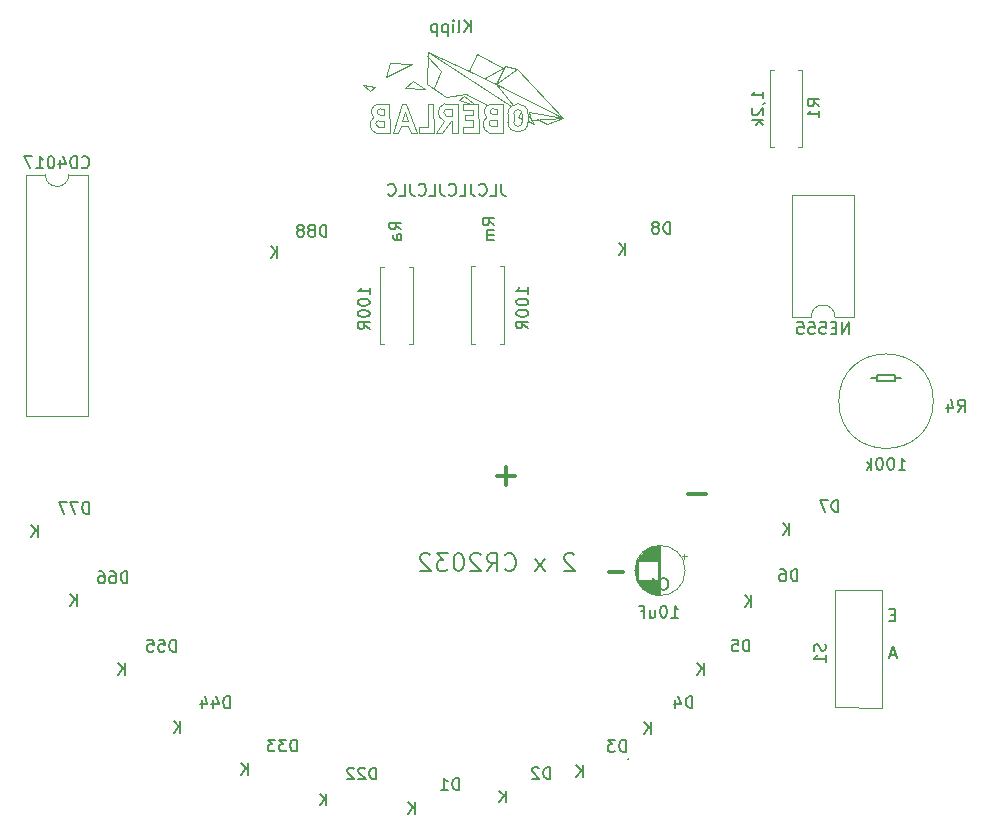
<source format=gbr>
%TF.GenerationSoftware,KiCad,Pcbnew,8.0.1*%
%TF.CreationDate,2024-04-02T10:37:19+02:00*%
%TF.ProjectId,Smiley,536d696c-6579-42e6-9b69-6361645f7063,rev?*%
%TF.SameCoordinates,Original*%
%TF.FileFunction,Legend,Bot*%
%TF.FilePolarity,Positive*%
%FSLAX46Y46*%
G04 Gerber Fmt 4.6, Leading zero omitted, Abs format (unit mm)*
G04 Created by KiCad (PCBNEW 8.0.1) date 2024-04-02 10:37:19*
%MOMM*%
%LPD*%
G01*
G04 APERTURE LIST*
%ADD10C,0.150000*%
%ADD11C,0.300000*%
%ADD12C,0.200000*%
%ADD13C,0.050000*%
%ADD14C,0.120000*%
%ADD15C,0.010000*%
G04 APERTURE END LIST*
D10*
X162377506Y-69369819D02*
X162377506Y-70084104D01*
X162377506Y-70084104D02*
X162425125Y-70226961D01*
X162425125Y-70226961D02*
X162520363Y-70322200D01*
X162520363Y-70322200D02*
X162663220Y-70369819D01*
X162663220Y-70369819D02*
X162758458Y-70369819D01*
X161425125Y-70369819D02*
X161901315Y-70369819D01*
X161901315Y-70369819D02*
X161901315Y-69369819D01*
X160520363Y-70274580D02*
X160567982Y-70322200D01*
X160567982Y-70322200D02*
X160710839Y-70369819D01*
X160710839Y-70369819D02*
X160806077Y-70369819D01*
X160806077Y-70369819D02*
X160948934Y-70322200D01*
X160948934Y-70322200D02*
X161044172Y-70226961D01*
X161044172Y-70226961D02*
X161091791Y-70131723D01*
X161091791Y-70131723D02*
X161139410Y-69941247D01*
X161139410Y-69941247D02*
X161139410Y-69798390D01*
X161139410Y-69798390D02*
X161091791Y-69607914D01*
X161091791Y-69607914D02*
X161044172Y-69512676D01*
X161044172Y-69512676D02*
X160948934Y-69417438D01*
X160948934Y-69417438D02*
X160806077Y-69369819D01*
X160806077Y-69369819D02*
X160710839Y-69369819D01*
X160710839Y-69369819D02*
X160567982Y-69417438D01*
X160567982Y-69417438D02*
X160520363Y-69465057D01*
X159806077Y-69369819D02*
X159806077Y-70084104D01*
X159806077Y-70084104D02*
X159853696Y-70226961D01*
X159853696Y-70226961D02*
X159948934Y-70322200D01*
X159948934Y-70322200D02*
X160091791Y-70369819D01*
X160091791Y-70369819D02*
X160187029Y-70369819D01*
X158853696Y-70369819D02*
X159329886Y-70369819D01*
X159329886Y-70369819D02*
X159329886Y-69369819D01*
X157948934Y-70274580D02*
X157996553Y-70322200D01*
X157996553Y-70322200D02*
X158139410Y-70369819D01*
X158139410Y-70369819D02*
X158234648Y-70369819D01*
X158234648Y-70369819D02*
X158377505Y-70322200D01*
X158377505Y-70322200D02*
X158472743Y-70226961D01*
X158472743Y-70226961D02*
X158520362Y-70131723D01*
X158520362Y-70131723D02*
X158567981Y-69941247D01*
X158567981Y-69941247D02*
X158567981Y-69798390D01*
X158567981Y-69798390D02*
X158520362Y-69607914D01*
X158520362Y-69607914D02*
X158472743Y-69512676D01*
X158472743Y-69512676D02*
X158377505Y-69417438D01*
X158377505Y-69417438D02*
X158234648Y-69369819D01*
X158234648Y-69369819D02*
X158139410Y-69369819D01*
X158139410Y-69369819D02*
X157996553Y-69417438D01*
X157996553Y-69417438D02*
X157948934Y-69465057D01*
X157234648Y-69369819D02*
X157234648Y-70084104D01*
X157234648Y-70084104D02*
X157282267Y-70226961D01*
X157282267Y-70226961D02*
X157377505Y-70322200D01*
X157377505Y-70322200D02*
X157520362Y-70369819D01*
X157520362Y-70369819D02*
X157615600Y-70369819D01*
X156282267Y-70369819D02*
X156758457Y-70369819D01*
X156758457Y-70369819D02*
X156758457Y-69369819D01*
X155377505Y-70274580D02*
X155425124Y-70322200D01*
X155425124Y-70322200D02*
X155567981Y-70369819D01*
X155567981Y-70369819D02*
X155663219Y-70369819D01*
X155663219Y-70369819D02*
X155806076Y-70322200D01*
X155806076Y-70322200D02*
X155901314Y-70226961D01*
X155901314Y-70226961D02*
X155948933Y-70131723D01*
X155948933Y-70131723D02*
X155996552Y-69941247D01*
X155996552Y-69941247D02*
X155996552Y-69798390D01*
X155996552Y-69798390D02*
X155948933Y-69607914D01*
X155948933Y-69607914D02*
X155901314Y-69512676D01*
X155901314Y-69512676D02*
X155806076Y-69417438D01*
X155806076Y-69417438D02*
X155663219Y-69369819D01*
X155663219Y-69369819D02*
X155567981Y-69369819D01*
X155567981Y-69369819D02*
X155425124Y-69417438D01*
X155425124Y-69417438D02*
X155377505Y-69465057D01*
X154663219Y-69369819D02*
X154663219Y-70084104D01*
X154663219Y-70084104D02*
X154710838Y-70226961D01*
X154710838Y-70226961D02*
X154806076Y-70322200D01*
X154806076Y-70322200D02*
X154948933Y-70369819D01*
X154948933Y-70369819D02*
X155044171Y-70369819D01*
X153710838Y-70369819D02*
X154187028Y-70369819D01*
X154187028Y-70369819D02*
X154187028Y-69369819D01*
X152806076Y-70274580D02*
X152853695Y-70322200D01*
X152853695Y-70322200D02*
X152996552Y-70369819D01*
X152996552Y-70369819D02*
X153091790Y-70369819D01*
X153091790Y-70369819D02*
X153234647Y-70322200D01*
X153234647Y-70322200D02*
X153329885Y-70226961D01*
X153329885Y-70226961D02*
X153377504Y-70131723D01*
X153377504Y-70131723D02*
X153425123Y-69941247D01*
X153425123Y-69941247D02*
X153425123Y-69798390D01*
X153425123Y-69798390D02*
X153377504Y-69607914D01*
X153377504Y-69607914D02*
X153329885Y-69512676D01*
X153329885Y-69512676D02*
X153234647Y-69417438D01*
X153234647Y-69417438D02*
X153091790Y-69369819D01*
X153091790Y-69369819D02*
X152996552Y-69369819D01*
X152996552Y-69369819D02*
X152853695Y-69417438D01*
X152853695Y-69417438D02*
X152806076Y-69465057D01*
X194183000Y-86106000D02*
X194183000Y-85598000D01*
X195707000Y-85598000D02*
X195707000Y-86106000D01*
X194183000Y-85598000D02*
X195707000Y-85598000D01*
X195707000Y-85852000D02*
X196215000Y-85852000D01*
X195707000Y-86106000D02*
X194183000Y-86106000D01*
X194183000Y-85852000D02*
X193675000Y-85852000D01*
X172880504Y-75383919D02*
X172880504Y-74383919D01*
X172309076Y-75383919D02*
X172737647Y-74812490D01*
X172309076Y-74383919D02*
X172880504Y-74955347D01*
D11*
X179711904Y-95607733D02*
X178188095Y-95607733D01*
D10*
X195679985Y-105861709D02*
X195346652Y-105861709D01*
X195203795Y-106385519D02*
X195679985Y-106385519D01*
X195679985Y-106385519D02*
X195679985Y-105385519D01*
X195679985Y-105385519D02*
X195203795Y-105385519D01*
X135220504Y-115883919D02*
X135220504Y-114883919D01*
X134649076Y-115883919D02*
X135077647Y-115312490D01*
X134649076Y-114883919D02*
X135220504Y-115455347D01*
X140920504Y-119403919D02*
X140920504Y-118403919D01*
X140349076Y-119403919D02*
X140777647Y-118832490D01*
X140349076Y-118403919D02*
X140920504Y-118975347D01*
X162740504Y-121743919D02*
X162740504Y-120743919D01*
X162169076Y-121743919D02*
X162597647Y-121172490D01*
X162169076Y-120743919D02*
X162740504Y-121315347D01*
D11*
X163551904Y-94097733D02*
X162028095Y-94097733D01*
X162789999Y-94859638D02*
X162789999Y-93335828D01*
D10*
X126440504Y-105123919D02*
X126440504Y-104123919D01*
X125869076Y-105123919D02*
X126297647Y-104552490D01*
X125869076Y-104123919D02*
X126440504Y-104695347D01*
D12*
X168555712Y-100806385D02*
X168484284Y-100734957D01*
X168484284Y-100734957D02*
X168341427Y-100663528D01*
X168341427Y-100663528D02*
X167984284Y-100663528D01*
X167984284Y-100663528D02*
X167841427Y-100734957D01*
X167841427Y-100734957D02*
X167769998Y-100806385D01*
X167769998Y-100806385D02*
X167698569Y-100949242D01*
X167698569Y-100949242D02*
X167698569Y-101092100D01*
X167698569Y-101092100D02*
X167769998Y-101306385D01*
X167769998Y-101306385D02*
X168627141Y-102163528D01*
X168627141Y-102163528D02*
X167698569Y-102163528D01*
X166055713Y-102163528D02*
X165269999Y-101163528D01*
X166055713Y-101163528D02*
X165269999Y-102163528D01*
X162698570Y-102020671D02*
X162769998Y-102092100D01*
X162769998Y-102092100D02*
X162984284Y-102163528D01*
X162984284Y-102163528D02*
X163127141Y-102163528D01*
X163127141Y-102163528D02*
X163341427Y-102092100D01*
X163341427Y-102092100D02*
X163484284Y-101949242D01*
X163484284Y-101949242D02*
X163555713Y-101806385D01*
X163555713Y-101806385D02*
X163627141Y-101520671D01*
X163627141Y-101520671D02*
X163627141Y-101306385D01*
X163627141Y-101306385D02*
X163555713Y-101020671D01*
X163555713Y-101020671D02*
X163484284Y-100877814D01*
X163484284Y-100877814D02*
X163341427Y-100734957D01*
X163341427Y-100734957D02*
X163127141Y-100663528D01*
X163127141Y-100663528D02*
X162984284Y-100663528D01*
X162984284Y-100663528D02*
X162769998Y-100734957D01*
X162769998Y-100734957D02*
X162698570Y-100806385D01*
X161198570Y-102163528D02*
X161698570Y-101449242D01*
X162055713Y-102163528D02*
X162055713Y-100663528D01*
X162055713Y-100663528D02*
X161484284Y-100663528D01*
X161484284Y-100663528D02*
X161341427Y-100734957D01*
X161341427Y-100734957D02*
X161269998Y-100806385D01*
X161269998Y-100806385D02*
X161198570Y-100949242D01*
X161198570Y-100949242D02*
X161198570Y-101163528D01*
X161198570Y-101163528D02*
X161269998Y-101306385D01*
X161269998Y-101306385D02*
X161341427Y-101377814D01*
X161341427Y-101377814D02*
X161484284Y-101449242D01*
X161484284Y-101449242D02*
X162055713Y-101449242D01*
X160627141Y-100806385D02*
X160555713Y-100734957D01*
X160555713Y-100734957D02*
X160412856Y-100663528D01*
X160412856Y-100663528D02*
X160055713Y-100663528D01*
X160055713Y-100663528D02*
X159912856Y-100734957D01*
X159912856Y-100734957D02*
X159841427Y-100806385D01*
X159841427Y-100806385D02*
X159769998Y-100949242D01*
X159769998Y-100949242D02*
X159769998Y-101092100D01*
X159769998Y-101092100D02*
X159841427Y-101306385D01*
X159841427Y-101306385D02*
X160698570Y-102163528D01*
X160698570Y-102163528D02*
X159769998Y-102163528D01*
X158841427Y-100663528D02*
X158698570Y-100663528D01*
X158698570Y-100663528D02*
X158555713Y-100734957D01*
X158555713Y-100734957D02*
X158484285Y-100806385D01*
X158484285Y-100806385D02*
X158412856Y-100949242D01*
X158412856Y-100949242D02*
X158341427Y-101234957D01*
X158341427Y-101234957D02*
X158341427Y-101592100D01*
X158341427Y-101592100D02*
X158412856Y-101877814D01*
X158412856Y-101877814D02*
X158484285Y-102020671D01*
X158484285Y-102020671D02*
X158555713Y-102092100D01*
X158555713Y-102092100D02*
X158698570Y-102163528D01*
X158698570Y-102163528D02*
X158841427Y-102163528D01*
X158841427Y-102163528D02*
X158984285Y-102092100D01*
X158984285Y-102092100D02*
X159055713Y-102020671D01*
X159055713Y-102020671D02*
X159127142Y-101877814D01*
X159127142Y-101877814D02*
X159198570Y-101592100D01*
X159198570Y-101592100D02*
X159198570Y-101234957D01*
X159198570Y-101234957D02*
X159127142Y-100949242D01*
X159127142Y-100949242D02*
X159055713Y-100806385D01*
X159055713Y-100806385D02*
X158984285Y-100734957D01*
X158984285Y-100734957D02*
X158841427Y-100663528D01*
X157841428Y-100663528D02*
X156912856Y-100663528D01*
X156912856Y-100663528D02*
X157412856Y-101234957D01*
X157412856Y-101234957D02*
X157198571Y-101234957D01*
X157198571Y-101234957D02*
X157055714Y-101306385D01*
X157055714Y-101306385D02*
X156984285Y-101377814D01*
X156984285Y-101377814D02*
X156912856Y-101520671D01*
X156912856Y-101520671D02*
X156912856Y-101877814D01*
X156912856Y-101877814D02*
X156984285Y-102020671D01*
X156984285Y-102020671D02*
X157055714Y-102092100D01*
X157055714Y-102092100D02*
X157198571Y-102163528D01*
X157198571Y-102163528D02*
X157627142Y-102163528D01*
X157627142Y-102163528D02*
X157769999Y-102092100D01*
X157769999Y-102092100D02*
X157841428Y-102020671D01*
X156341428Y-100806385D02*
X156270000Y-100734957D01*
X156270000Y-100734957D02*
X156127143Y-100663528D01*
X156127143Y-100663528D02*
X155770000Y-100663528D01*
X155770000Y-100663528D02*
X155627143Y-100734957D01*
X155627143Y-100734957D02*
X155555714Y-100806385D01*
X155555714Y-100806385D02*
X155484285Y-100949242D01*
X155484285Y-100949242D02*
X155484285Y-101092100D01*
X155484285Y-101092100D02*
X155555714Y-101306385D01*
X155555714Y-101306385D02*
X156412857Y-102163528D01*
X156412857Y-102163528D02*
X155484285Y-102163528D01*
D10*
X183550504Y-105163919D02*
X183550504Y-104163919D01*
X182979076Y-105163919D02*
X183407647Y-104592490D01*
X182979076Y-104163919D02*
X183550504Y-104735347D01*
X123130504Y-99243919D02*
X123130504Y-98243919D01*
X122559076Y-99243919D02*
X122987647Y-98672490D01*
X122559076Y-98243919D02*
X123130504Y-98815347D01*
X201042566Y-88656319D02*
X201375899Y-88180128D01*
X201613994Y-88656319D02*
X201613994Y-87656319D01*
X201613994Y-87656319D02*
X201233042Y-87656319D01*
X201233042Y-87656319D02*
X201137804Y-87703938D01*
X201137804Y-87703938D02*
X201090185Y-87751557D01*
X201090185Y-87751557D02*
X201042566Y-87846795D01*
X201042566Y-87846795D02*
X201042566Y-87989652D01*
X201042566Y-87989652D02*
X201090185Y-88084890D01*
X201090185Y-88084890D02*
X201137804Y-88132509D01*
X201137804Y-88132509D02*
X201233042Y-88180128D01*
X201233042Y-88180128D02*
X201613994Y-88180128D01*
X200185423Y-87989652D02*
X200185423Y-88656319D01*
X200423518Y-87608700D02*
X200661613Y-88322985D01*
X200661613Y-88322985D02*
X200042566Y-88322985D01*
X155080504Y-122743919D02*
X155080504Y-121743919D01*
X154509076Y-122743919D02*
X154937647Y-122172490D01*
X154509076Y-121743919D02*
X155080504Y-122315347D01*
X147570504Y-121993919D02*
X147570504Y-120993919D01*
X146999076Y-121993919D02*
X147427647Y-121422490D01*
X146999076Y-120993919D02*
X147570504Y-121565347D01*
X143416304Y-75633919D02*
X143416304Y-74633919D01*
X142844876Y-75633919D02*
X143273447Y-75062490D01*
X142844876Y-74633919D02*
X143416304Y-75205347D01*
X169320504Y-119603919D02*
X169320504Y-118603919D01*
X168749076Y-119603919D02*
X169177647Y-119032490D01*
X168749076Y-118603919D02*
X169320504Y-119175347D01*
X175040504Y-115923919D02*
X175040504Y-114923919D01*
X174469076Y-115923919D02*
X174897647Y-115352490D01*
X174469076Y-114923919D02*
X175040504Y-115495347D01*
X186780504Y-99073919D02*
X186780504Y-98073919D01*
X186209076Y-99073919D02*
X186637647Y-98502490D01*
X186209076Y-98073919D02*
X186780504Y-98645347D01*
X195291105Y-109249404D02*
X195767295Y-109249404D01*
X195195867Y-109535119D02*
X195529200Y-108535119D01*
X195529200Y-108535119D02*
X195862533Y-109535119D01*
X130530504Y-110973919D02*
X130530504Y-109973919D01*
X129959076Y-110973919D02*
X130387647Y-110402490D01*
X129959076Y-109973919D02*
X130530504Y-110545347D01*
X196029128Y-93571219D02*
X196600556Y-93571219D01*
X196314842Y-93571219D02*
X196314842Y-92571219D01*
X196314842Y-92571219D02*
X196410080Y-92714076D01*
X196410080Y-92714076D02*
X196505318Y-92809314D01*
X196505318Y-92809314D02*
X196600556Y-92856933D01*
X195410080Y-92571219D02*
X195314842Y-92571219D01*
X195314842Y-92571219D02*
X195219604Y-92618838D01*
X195219604Y-92618838D02*
X195171985Y-92666457D01*
X195171985Y-92666457D02*
X195124366Y-92761695D01*
X195124366Y-92761695D02*
X195076747Y-92952171D01*
X195076747Y-92952171D02*
X195076747Y-93190266D01*
X195076747Y-93190266D02*
X195124366Y-93380742D01*
X195124366Y-93380742D02*
X195171985Y-93475980D01*
X195171985Y-93475980D02*
X195219604Y-93523600D01*
X195219604Y-93523600D02*
X195314842Y-93571219D01*
X195314842Y-93571219D02*
X195410080Y-93571219D01*
X195410080Y-93571219D02*
X195505318Y-93523600D01*
X195505318Y-93523600D02*
X195552937Y-93475980D01*
X195552937Y-93475980D02*
X195600556Y-93380742D01*
X195600556Y-93380742D02*
X195648175Y-93190266D01*
X195648175Y-93190266D02*
X195648175Y-92952171D01*
X195648175Y-92952171D02*
X195600556Y-92761695D01*
X195600556Y-92761695D02*
X195552937Y-92666457D01*
X195552937Y-92666457D02*
X195505318Y-92618838D01*
X195505318Y-92618838D02*
X195410080Y-92571219D01*
X194457699Y-92571219D02*
X194362461Y-92571219D01*
X194362461Y-92571219D02*
X194267223Y-92618838D01*
X194267223Y-92618838D02*
X194219604Y-92666457D01*
X194219604Y-92666457D02*
X194171985Y-92761695D01*
X194171985Y-92761695D02*
X194124366Y-92952171D01*
X194124366Y-92952171D02*
X194124366Y-93190266D01*
X194124366Y-93190266D02*
X194171985Y-93380742D01*
X194171985Y-93380742D02*
X194219604Y-93475980D01*
X194219604Y-93475980D02*
X194267223Y-93523600D01*
X194267223Y-93523600D02*
X194362461Y-93571219D01*
X194362461Y-93571219D02*
X194457699Y-93571219D01*
X194457699Y-93571219D02*
X194552937Y-93523600D01*
X194552937Y-93523600D02*
X194600556Y-93475980D01*
X194600556Y-93475980D02*
X194648175Y-93380742D01*
X194648175Y-93380742D02*
X194695794Y-93190266D01*
X194695794Y-93190266D02*
X194695794Y-92952171D01*
X194695794Y-92952171D02*
X194648175Y-92761695D01*
X194648175Y-92761695D02*
X194600556Y-92666457D01*
X194600556Y-92666457D02*
X194552937Y-92618838D01*
X194552937Y-92618838D02*
X194457699Y-92571219D01*
X193695794Y-93571219D02*
X193695794Y-92571219D01*
X193600556Y-93190266D02*
X193314842Y-93571219D01*
X193314842Y-92904552D02*
X193695794Y-93285504D01*
X179530504Y-110953919D02*
X179530504Y-109953919D01*
X178959076Y-110953919D02*
X179387647Y-110382490D01*
X178959076Y-109953919D02*
X179530504Y-110525347D01*
D11*
X172656428Y-102214900D02*
X171513571Y-102214900D01*
D10*
X158796694Y-120683919D02*
X158796694Y-119683919D01*
X158796694Y-119683919D02*
X158558599Y-119683919D01*
X158558599Y-119683919D02*
X158415742Y-119731538D01*
X158415742Y-119731538D02*
X158320504Y-119826776D01*
X158320504Y-119826776D02*
X158272885Y-119922014D01*
X158272885Y-119922014D02*
X158225266Y-120112490D01*
X158225266Y-120112490D02*
X158225266Y-120255347D01*
X158225266Y-120255347D02*
X158272885Y-120445823D01*
X158272885Y-120445823D02*
X158320504Y-120541061D01*
X158320504Y-120541061D02*
X158415742Y-120636300D01*
X158415742Y-120636300D02*
X158558599Y-120683919D01*
X158558599Y-120683919D02*
X158796694Y-120683919D01*
X157272885Y-120683919D02*
X157844313Y-120683919D01*
X157558599Y-120683919D02*
X157558599Y-119683919D01*
X157558599Y-119683919D02*
X157653837Y-119826776D01*
X157653837Y-119826776D02*
X157749075Y-119922014D01*
X157749075Y-119922014D02*
X157844313Y-119969633D01*
X166506694Y-119763919D02*
X166506694Y-118763919D01*
X166506694Y-118763919D02*
X166268599Y-118763919D01*
X166268599Y-118763919D02*
X166125742Y-118811538D01*
X166125742Y-118811538D02*
X166030504Y-118906776D01*
X166030504Y-118906776D02*
X165982885Y-119002014D01*
X165982885Y-119002014D02*
X165935266Y-119192490D01*
X165935266Y-119192490D02*
X165935266Y-119335347D01*
X165935266Y-119335347D02*
X165982885Y-119525823D01*
X165982885Y-119525823D02*
X166030504Y-119621061D01*
X166030504Y-119621061D02*
X166125742Y-119716300D01*
X166125742Y-119716300D02*
X166268599Y-119763919D01*
X166268599Y-119763919D02*
X166506694Y-119763919D01*
X165554313Y-118859157D02*
X165506694Y-118811538D01*
X165506694Y-118811538D02*
X165411456Y-118763919D01*
X165411456Y-118763919D02*
X165173361Y-118763919D01*
X165173361Y-118763919D02*
X165078123Y-118811538D01*
X165078123Y-118811538D02*
X165030504Y-118859157D01*
X165030504Y-118859157D02*
X164982885Y-118954395D01*
X164982885Y-118954395D02*
X164982885Y-119049633D01*
X164982885Y-119049633D02*
X165030504Y-119192490D01*
X165030504Y-119192490D02*
X165601932Y-119763919D01*
X165601932Y-119763919D02*
X164982885Y-119763919D01*
X172916694Y-117453919D02*
X172916694Y-116453919D01*
X172916694Y-116453919D02*
X172678599Y-116453919D01*
X172678599Y-116453919D02*
X172535742Y-116501538D01*
X172535742Y-116501538D02*
X172440504Y-116596776D01*
X172440504Y-116596776D02*
X172392885Y-116692014D01*
X172392885Y-116692014D02*
X172345266Y-116882490D01*
X172345266Y-116882490D02*
X172345266Y-117025347D01*
X172345266Y-117025347D02*
X172392885Y-117215823D01*
X172392885Y-117215823D02*
X172440504Y-117311061D01*
X172440504Y-117311061D02*
X172535742Y-117406300D01*
X172535742Y-117406300D02*
X172678599Y-117453919D01*
X172678599Y-117453919D02*
X172916694Y-117453919D01*
X172011932Y-116453919D02*
X171392885Y-116453919D01*
X171392885Y-116453919D02*
X171726218Y-116834871D01*
X171726218Y-116834871D02*
X171583361Y-116834871D01*
X171583361Y-116834871D02*
X171488123Y-116882490D01*
X171488123Y-116882490D02*
X171440504Y-116930109D01*
X171440504Y-116930109D02*
X171392885Y-117025347D01*
X171392885Y-117025347D02*
X171392885Y-117263442D01*
X171392885Y-117263442D02*
X171440504Y-117358680D01*
X171440504Y-117358680D02*
X171488123Y-117406300D01*
X171488123Y-117406300D02*
X171583361Y-117453919D01*
X171583361Y-117453919D02*
X171869075Y-117453919D01*
X171869075Y-117453919D02*
X171964313Y-117406300D01*
X171964313Y-117406300D02*
X172011932Y-117358680D01*
X178556694Y-113743919D02*
X178556694Y-112743919D01*
X178556694Y-112743919D02*
X178318599Y-112743919D01*
X178318599Y-112743919D02*
X178175742Y-112791538D01*
X178175742Y-112791538D02*
X178080504Y-112886776D01*
X178080504Y-112886776D02*
X178032885Y-112982014D01*
X178032885Y-112982014D02*
X177985266Y-113172490D01*
X177985266Y-113172490D02*
X177985266Y-113315347D01*
X177985266Y-113315347D02*
X178032885Y-113505823D01*
X178032885Y-113505823D02*
X178080504Y-113601061D01*
X178080504Y-113601061D02*
X178175742Y-113696300D01*
X178175742Y-113696300D02*
X178318599Y-113743919D01*
X178318599Y-113743919D02*
X178556694Y-113743919D01*
X177128123Y-113077252D02*
X177128123Y-113743919D01*
X177366218Y-112696300D02*
X177604313Y-113410585D01*
X177604313Y-113410585D02*
X176985266Y-113410585D01*
X183396694Y-108953919D02*
X183396694Y-107953919D01*
X183396694Y-107953919D02*
X183158599Y-107953919D01*
X183158599Y-107953919D02*
X183015742Y-108001538D01*
X183015742Y-108001538D02*
X182920504Y-108096776D01*
X182920504Y-108096776D02*
X182872885Y-108192014D01*
X182872885Y-108192014D02*
X182825266Y-108382490D01*
X182825266Y-108382490D02*
X182825266Y-108525347D01*
X182825266Y-108525347D02*
X182872885Y-108715823D01*
X182872885Y-108715823D02*
X182920504Y-108811061D01*
X182920504Y-108811061D02*
X183015742Y-108906300D01*
X183015742Y-108906300D02*
X183158599Y-108953919D01*
X183158599Y-108953919D02*
X183396694Y-108953919D01*
X181920504Y-107953919D02*
X182396694Y-107953919D01*
X182396694Y-107953919D02*
X182444313Y-108430109D01*
X182444313Y-108430109D02*
X182396694Y-108382490D01*
X182396694Y-108382490D02*
X182301456Y-108334871D01*
X182301456Y-108334871D02*
X182063361Y-108334871D01*
X182063361Y-108334871D02*
X181968123Y-108382490D01*
X181968123Y-108382490D02*
X181920504Y-108430109D01*
X181920504Y-108430109D02*
X181872885Y-108525347D01*
X181872885Y-108525347D02*
X181872885Y-108763442D01*
X181872885Y-108763442D02*
X181920504Y-108858680D01*
X181920504Y-108858680D02*
X181968123Y-108906300D01*
X181968123Y-108906300D02*
X182063361Y-108953919D01*
X182063361Y-108953919D02*
X182301456Y-108953919D01*
X182301456Y-108953919D02*
X182396694Y-108906300D01*
X182396694Y-108906300D02*
X182444313Y-108858680D01*
X187446694Y-103013919D02*
X187446694Y-102013919D01*
X187446694Y-102013919D02*
X187208599Y-102013919D01*
X187208599Y-102013919D02*
X187065742Y-102061538D01*
X187065742Y-102061538D02*
X186970504Y-102156776D01*
X186970504Y-102156776D02*
X186922885Y-102252014D01*
X186922885Y-102252014D02*
X186875266Y-102442490D01*
X186875266Y-102442490D02*
X186875266Y-102585347D01*
X186875266Y-102585347D02*
X186922885Y-102775823D01*
X186922885Y-102775823D02*
X186970504Y-102871061D01*
X186970504Y-102871061D02*
X187065742Y-102966300D01*
X187065742Y-102966300D02*
X187208599Y-103013919D01*
X187208599Y-103013919D02*
X187446694Y-103013919D01*
X186018123Y-102013919D02*
X186208599Y-102013919D01*
X186208599Y-102013919D02*
X186303837Y-102061538D01*
X186303837Y-102061538D02*
X186351456Y-102109157D01*
X186351456Y-102109157D02*
X186446694Y-102252014D01*
X186446694Y-102252014D02*
X186494313Y-102442490D01*
X186494313Y-102442490D02*
X186494313Y-102823442D01*
X186494313Y-102823442D02*
X186446694Y-102918680D01*
X186446694Y-102918680D02*
X186399075Y-102966300D01*
X186399075Y-102966300D02*
X186303837Y-103013919D01*
X186303837Y-103013919D02*
X186113361Y-103013919D01*
X186113361Y-103013919D02*
X186018123Y-102966300D01*
X186018123Y-102966300D02*
X185970504Y-102918680D01*
X185970504Y-102918680D02*
X185922885Y-102823442D01*
X185922885Y-102823442D02*
X185922885Y-102585347D01*
X185922885Y-102585347D02*
X185970504Y-102490109D01*
X185970504Y-102490109D02*
X186018123Y-102442490D01*
X186018123Y-102442490D02*
X186113361Y-102394871D01*
X186113361Y-102394871D02*
X186303837Y-102394871D01*
X186303837Y-102394871D02*
X186399075Y-102442490D01*
X186399075Y-102442490D02*
X186446694Y-102490109D01*
X186446694Y-102490109D02*
X186494313Y-102585347D01*
X190906694Y-97153919D02*
X190906694Y-96153919D01*
X190906694Y-96153919D02*
X190668599Y-96153919D01*
X190668599Y-96153919D02*
X190525742Y-96201538D01*
X190525742Y-96201538D02*
X190430504Y-96296776D01*
X190430504Y-96296776D02*
X190382885Y-96392014D01*
X190382885Y-96392014D02*
X190335266Y-96582490D01*
X190335266Y-96582490D02*
X190335266Y-96725347D01*
X190335266Y-96725347D02*
X190382885Y-96915823D01*
X190382885Y-96915823D02*
X190430504Y-97011061D01*
X190430504Y-97011061D02*
X190525742Y-97106300D01*
X190525742Y-97106300D02*
X190668599Y-97153919D01*
X190668599Y-97153919D02*
X190906694Y-97153919D01*
X190001932Y-96153919D02*
X189335266Y-96153919D01*
X189335266Y-96153919D02*
X189763837Y-97153919D01*
X176676694Y-73593919D02*
X176676694Y-72593919D01*
X176676694Y-72593919D02*
X176438599Y-72593919D01*
X176438599Y-72593919D02*
X176295742Y-72641538D01*
X176295742Y-72641538D02*
X176200504Y-72736776D01*
X176200504Y-72736776D02*
X176152885Y-72832014D01*
X176152885Y-72832014D02*
X176105266Y-73022490D01*
X176105266Y-73022490D02*
X176105266Y-73165347D01*
X176105266Y-73165347D02*
X176152885Y-73355823D01*
X176152885Y-73355823D02*
X176200504Y-73451061D01*
X176200504Y-73451061D02*
X176295742Y-73546300D01*
X176295742Y-73546300D02*
X176438599Y-73593919D01*
X176438599Y-73593919D02*
X176676694Y-73593919D01*
X175533837Y-73022490D02*
X175629075Y-72974871D01*
X175629075Y-72974871D02*
X175676694Y-72927252D01*
X175676694Y-72927252D02*
X175724313Y-72832014D01*
X175724313Y-72832014D02*
X175724313Y-72784395D01*
X175724313Y-72784395D02*
X175676694Y-72689157D01*
X175676694Y-72689157D02*
X175629075Y-72641538D01*
X175629075Y-72641538D02*
X175533837Y-72593919D01*
X175533837Y-72593919D02*
X175343361Y-72593919D01*
X175343361Y-72593919D02*
X175248123Y-72641538D01*
X175248123Y-72641538D02*
X175200504Y-72689157D01*
X175200504Y-72689157D02*
X175152885Y-72784395D01*
X175152885Y-72784395D02*
X175152885Y-72832014D01*
X175152885Y-72832014D02*
X175200504Y-72927252D01*
X175200504Y-72927252D02*
X175248123Y-72974871D01*
X175248123Y-72974871D02*
X175343361Y-73022490D01*
X175343361Y-73022490D02*
X175533837Y-73022490D01*
X175533837Y-73022490D02*
X175629075Y-73070109D01*
X175629075Y-73070109D02*
X175676694Y-73117728D01*
X175676694Y-73117728D02*
X175724313Y-73212966D01*
X175724313Y-73212966D02*
X175724313Y-73403442D01*
X175724313Y-73403442D02*
X175676694Y-73498680D01*
X175676694Y-73498680D02*
X175629075Y-73546300D01*
X175629075Y-73546300D02*
X175533837Y-73593919D01*
X175533837Y-73593919D02*
X175343361Y-73593919D01*
X175343361Y-73593919D02*
X175248123Y-73546300D01*
X175248123Y-73546300D02*
X175200504Y-73498680D01*
X175200504Y-73498680D02*
X175152885Y-73403442D01*
X175152885Y-73403442D02*
X175152885Y-73212966D01*
X175152885Y-73212966D02*
X175200504Y-73117728D01*
X175200504Y-73117728D02*
X175248123Y-73070109D01*
X175248123Y-73070109D02*
X175343361Y-73022490D01*
X151792885Y-119793919D02*
X151792885Y-118793919D01*
X151792885Y-118793919D02*
X151554790Y-118793919D01*
X151554790Y-118793919D02*
X151411933Y-118841538D01*
X151411933Y-118841538D02*
X151316695Y-118936776D01*
X151316695Y-118936776D02*
X151269076Y-119032014D01*
X151269076Y-119032014D02*
X151221457Y-119222490D01*
X151221457Y-119222490D02*
X151221457Y-119365347D01*
X151221457Y-119365347D02*
X151269076Y-119555823D01*
X151269076Y-119555823D02*
X151316695Y-119651061D01*
X151316695Y-119651061D02*
X151411933Y-119746300D01*
X151411933Y-119746300D02*
X151554790Y-119793919D01*
X151554790Y-119793919D02*
X151792885Y-119793919D01*
X150840504Y-118889157D02*
X150792885Y-118841538D01*
X150792885Y-118841538D02*
X150697647Y-118793919D01*
X150697647Y-118793919D02*
X150459552Y-118793919D01*
X150459552Y-118793919D02*
X150364314Y-118841538D01*
X150364314Y-118841538D02*
X150316695Y-118889157D01*
X150316695Y-118889157D02*
X150269076Y-118984395D01*
X150269076Y-118984395D02*
X150269076Y-119079633D01*
X150269076Y-119079633D02*
X150316695Y-119222490D01*
X150316695Y-119222490D02*
X150888123Y-119793919D01*
X150888123Y-119793919D02*
X150269076Y-119793919D01*
X149888123Y-118889157D02*
X149840504Y-118841538D01*
X149840504Y-118841538D02*
X149745266Y-118793919D01*
X149745266Y-118793919D02*
X149507171Y-118793919D01*
X149507171Y-118793919D02*
X149411933Y-118841538D01*
X149411933Y-118841538D02*
X149364314Y-118889157D01*
X149364314Y-118889157D02*
X149316695Y-118984395D01*
X149316695Y-118984395D02*
X149316695Y-119079633D01*
X149316695Y-119079633D02*
X149364314Y-119222490D01*
X149364314Y-119222490D02*
X149935742Y-119793919D01*
X149935742Y-119793919D02*
X149316695Y-119793919D01*
X145082885Y-117423919D02*
X145082885Y-116423919D01*
X145082885Y-116423919D02*
X144844790Y-116423919D01*
X144844790Y-116423919D02*
X144701933Y-116471538D01*
X144701933Y-116471538D02*
X144606695Y-116566776D01*
X144606695Y-116566776D02*
X144559076Y-116662014D01*
X144559076Y-116662014D02*
X144511457Y-116852490D01*
X144511457Y-116852490D02*
X144511457Y-116995347D01*
X144511457Y-116995347D02*
X144559076Y-117185823D01*
X144559076Y-117185823D02*
X144606695Y-117281061D01*
X144606695Y-117281061D02*
X144701933Y-117376300D01*
X144701933Y-117376300D02*
X144844790Y-117423919D01*
X144844790Y-117423919D02*
X145082885Y-117423919D01*
X144178123Y-116423919D02*
X143559076Y-116423919D01*
X143559076Y-116423919D02*
X143892409Y-116804871D01*
X143892409Y-116804871D02*
X143749552Y-116804871D01*
X143749552Y-116804871D02*
X143654314Y-116852490D01*
X143654314Y-116852490D02*
X143606695Y-116900109D01*
X143606695Y-116900109D02*
X143559076Y-116995347D01*
X143559076Y-116995347D02*
X143559076Y-117233442D01*
X143559076Y-117233442D02*
X143606695Y-117328680D01*
X143606695Y-117328680D02*
X143654314Y-117376300D01*
X143654314Y-117376300D02*
X143749552Y-117423919D01*
X143749552Y-117423919D02*
X144035266Y-117423919D01*
X144035266Y-117423919D02*
X144130504Y-117376300D01*
X144130504Y-117376300D02*
X144178123Y-117328680D01*
X143225742Y-116423919D02*
X142606695Y-116423919D01*
X142606695Y-116423919D02*
X142940028Y-116804871D01*
X142940028Y-116804871D02*
X142797171Y-116804871D01*
X142797171Y-116804871D02*
X142701933Y-116852490D01*
X142701933Y-116852490D02*
X142654314Y-116900109D01*
X142654314Y-116900109D02*
X142606695Y-116995347D01*
X142606695Y-116995347D02*
X142606695Y-117233442D01*
X142606695Y-117233442D02*
X142654314Y-117328680D01*
X142654314Y-117328680D02*
X142701933Y-117376300D01*
X142701933Y-117376300D02*
X142797171Y-117423919D01*
X142797171Y-117423919D02*
X143082885Y-117423919D01*
X143082885Y-117423919D02*
X143178123Y-117376300D01*
X143178123Y-117376300D02*
X143225742Y-117328680D01*
X139402885Y-113773919D02*
X139402885Y-112773919D01*
X139402885Y-112773919D02*
X139164790Y-112773919D01*
X139164790Y-112773919D02*
X139021933Y-112821538D01*
X139021933Y-112821538D02*
X138926695Y-112916776D01*
X138926695Y-112916776D02*
X138879076Y-113012014D01*
X138879076Y-113012014D02*
X138831457Y-113202490D01*
X138831457Y-113202490D02*
X138831457Y-113345347D01*
X138831457Y-113345347D02*
X138879076Y-113535823D01*
X138879076Y-113535823D02*
X138926695Y-113631061D01*
X138926695Y-113631061D02*
X139021933Y-113726300D01*
X139021933Y-113726300D02*
X139164790Y-113773919D01*
X139164790Y-113773919D02*
X139402885Y-113773919D01*
X137974314Y-113107252D02*
X137974314Y-113773919D01*
X138212409Y-112726300D02*
X138450504Y-113440585D01*
X138450504Y-113440585D02*
X137831457Y-113440585D01*
X137021933Y-113107252D02*
X137021933Y-113773919D01*
X137260028Y-112726300D02*
X137498123Y-113440585D01*
X137498123Y-113440585D02*
X136879076Y-113440585D01*
X134842885Y-108973919D02*
X134842885Y-107973919D01*
X134842885Y-107973919D02*
X134604790Y-107973919D01*
X134604790Y-107973919D02*
X134461933Y-108021538D01*
X134461933Y-108021538D02*
X134366695Y-108116776D01*
X134366695Y-108116776D02*
X134319076Y-108212014D01*
X134319076Y-108212014D02*
X134271457Y-108402490D01*
X134271457Y-108402490D02*
X134271457Y-108545347D01*
X134271457Y-108545347D02*
X134319076Y-108735823D01*
X134319076Y-108735823D02*
X134366695Y-108831061D01*
X134366695Y-108831061D02*
X134461933Y-108926300D01*
X134461933Y-108926300D02*
X134604790Y-108973919D01*
X134604790Y-108973919D02*
X134842885Y-108973919D01*
X133366695Y-107973919D02*
X133842885Y-107973919D01*
X133842885Y-107973919D02*
X133890504Y-108450109D01*
X133890504Y-108450109D02*
X133842885Y-108402490D01*
X133842885Y-108402490D02*
X133747647Y-108354871D01*
X133747647Y-108354871D02*
X133509552Y-108354871D01*
X133509552Y-108354871D02*
X133414314Y-108402490D01*
X133414314Y-108402490D02*
X133366695Y-108450109D01*
X133366695Y-108450109D02*
X133319076Y-108545347D01*
X133319076Y-108545347D02*
X133319076Y-108783442D01*
X133319076Y-108783442D02*
X133366695Y-108878680D01*
X133366695Y-108878680D02*
X133414314Y-108926300D01*
X133414314Y-108926300D02*
X133509552Y-108973919D01*
X133509552Y-108973919D02*
X133747647Y-108973919D01*
X133747647Y-108973919D02*
X133842885Y-108926300D01*
X133842885Y-108926300D02*
X133890504Y-108878680D01*
X132414314Y-107973919D02*
X132890504Y-107973919D01*
X132890504Y-107973919D02*
X132938123Y-108450109D01*
X132938123Y-108450109D02*
X132890504Y-108402490D01*
X132890504Y-108402490D02*
X132795266Y-108354871D01*
X132795266Y-108354871D02*
X132557171Y-108354871D01*
X132557171Y-108354871D02*
X132461933Y-108402490D01*
X132461933Y-108402490D02*
X132414314Y-108450109D01*
X132414314Y-108450109D02*
X132366695Y-108545347D01*
X132366695Y-108545347D02*
X132366695Y-108783442D01*
X132366695Y-108783442D02*
X132414314Y-108878680D01*
X132414314Y-108878680D02*
X132461933Y-108926300D01*
X132461933Y-108926300D02*
X132557171Y-108973919D01*
X132557171Y-108973919D02*
X132795266Y-108973919D01*
X132795266Y-108973919D02*
X132890504Y-108926300D01*
X132890504Y-108926300D02*
X132938123Y-108878680D01*
X130722885Y-103173919D02*
X130722885Y-102173919D01*
X130722885Y-102173919D02*
X130484790Y-102173919D01*
X130484790Y-102173919D02*
X130341933Y-102221538D01*
X130341933Y-102221538D02*
X130246695Y-102316776D01*
X130246695Y-102316776D02*
X130199076Y-102412014D01*
X130199076Y-102412014D02*
X130151457Y-102602490D01*
X130151457Y-102602490D02*
X130151457Y-102745347D01*
X130151457Y-102745347D02*
X130199076Y-102935823D01*
X130199076Y-102935823D02*
X130246695Y-103031061D01*
X130246695Y-103031061D02*
X130341933Y-103126300D01*
X130341933Y-103126300D02*
X130484790Y-103173919D01*
X130484790Y-103173919D02*
X130722885Y-103173919D01*
X129294314Y-102173919D02*
X129484790Y-102173919D01*
X129484790Y-102173919D02*
X129580028Y-102221538D01*
X129580028Y-102221538D02*
X129627647Y-102269157D01*
X129627647Y-102269157D02*
X129722885Y-102412014D01*
X129722885Y-102412014D02*
X129770504Y-102602490D01*
X129770504Y-102602490D02*
X129770504Y-102983442D01*
X129770504Y-102983442D02*
X129722885Y-103078680D01*
X129722885Y-103078680D02*
X129675266Y-103126300D01*
X129675266Y-103126300D02*
X129580028Y-103173919D01*
X129580028Y-103173919D02*
X129389552Y-103173919D01*
X129389552Y-103173919D02*
X129294314Y-103126300D01*
X129294314Y-103126300D02*
X129246695Y-103078680D01*
X129246695Y-103078680D02*
X129199076Y-102983442D01*
X129199076Y-102983442D02*
X129199076Y-102745347D01*
X129199076Y-102745347D02*
X129246695Y-102650109D01*
X129246695Y-102650109D02*
X129294314Y-102602490D01*
X129294314Y-102602490D02*
X129389552Y-102554871D01*
X129389552Y-102554871D02*
X129580028Y-102554871D01*
X129580028Y-102554871D02*
X129675266Y-102602490D01*
X129675266Y-102602490D02*
X129722885Y-102650109D01*
X129722885Y-102650109D02*
X129770504Y-102745347D01*
X128341933Y-102173919D02*
X128532409Y-102173919D01*
X128532409Y-102173919D02*
X128627647Y-102221538D01*
X128627647Y-102221538D02*
X128675266Y-102269157D01*
X128675266Y-102269157D02*
X128770504Y-102412014D01*
X128770504Y-102412014D02*
X128818123Y-102602490D01*
X128818123Y-102602490D02*
X128818123Y-102983442D01*
X128818123Y-102983442D02*
X128770504Y-103078680D01*
X128770504Y-103078680D02*
X128722885Y-103126300D01*
X128722885Y-103126300D02*
X128627647Y-103173919D01*
X128627647Y-103173919D02*
X128437171Y-103173919D01*
X128437171Y-103173919D02*
X128341933Y-103126300D01*
X128341933Y-103126300D02*
X128294314Y-103078680D01*
X128294314Y-103078680D02*
X128246695Y-102983442D01*
X128246695Y-102983442D02*
X128246695Y-102745347D01*
X128246695Y-102745347D02*
X128294314Y-102650109D01*
X128294314Y-102650109D02*
X128341933Y-102602490D01*
X128341933Y-102602490D02*
X128437171Y-102554871D01*
X128437171Y-102554871D02*
X128627647Y-102554871D01*
X128627647Y-102554871D02*
X128722885Y-102602490D01*
X128722885Y-102602490D02*
X128770504Y-102650109D01*
X128770504Y-102650109D02*
X128818123Y-102745347D01*
X127452885Y-97283919D02*
X127452885Y-96283919D01*
X127452885Y-96283919D02*
X127214790Y-96283919D01*
X127214790Y-96283919D02*
X127071933Y-96331538D01*
X127071933Y-96331538D02*
X126976695Y-96426776D01*
X126976695Y-96426776D02*
X126929076Y-96522014D01*
X126929076Y-96522014D02*
X126881457Y-96712490D01*
X126881457Y-96712490D02*
X126881457Y-96855347D01*
X126881457Y-96855347D02*
X126929076Y-97045823D01*
X126929076Y-97045823D02*
X126976695Y-97141061D01*
X126976695Y-97141061D02*
X127071933Y-97236300D01*
X127071933Y-97236300D02*
X127214790Y-97283919D01*
X127214790Y-97283919D02*
X127452885Y-97283919D01*
X126548123Y-96283919D02*
X125881457Y-96283919D01*
X125881457Y-96283919D02*
X126310028Y-97283919D01*
X125595742Y-96283919D02*
X124929076Y-96283919D01*
X124929076Y-96283919D02*
X125357647Y-97283919D01*
X147567885Y-73844919D02*
X147567885Y-72844919D01*
X147567885Y-72844919D02*
X147329790Y-72844919D01*
X147329790Y-72844919D02*
X147186933Y-72892538D01*
X147186933Y-72892538D02*
X147091695Y-72987776D01*
X147091695Y-72987776D02*
X147044076Y-73083014D01*
X147044076Y-73083014D02*
X146996457Y-73273490D01*
X146996457Y-73273490D02*
X146996457Y-73416347D01*
X146996457Y-73416347D02*
X147044076Y-73606823D01*
X147044076Y-73606823D02*
X147091695Y-73702061D01*
X147091695Y-73702061D02*
X147186933Y-73797300D01*
X147186933Y-73797300D02*
X147329790Y-73844919D01*
X147329790Y-73844919D02*
X147567885Y-73844919D01*
X146425028Y-73273490D02*
X146520266Y-73225871D01*
X146520266Y-73225871D02*
X146567885Y-73178252D01*
X146567885Y-73178252D02*
X146615504Y-73083014D01*
X146615504Y-73083014D02*
X146615504Y-73035395D01*
X146615504Y-73035395D02*
X146567885Y-72940157D01*
X146567885Y-72940157D02*
X146520266Y-72892538D01*
X146520266Y-72892538D02*
X146425028Y-72844919D01*
X146425028Y-72844919D02*
X146234552Y-72844919D01*
X146234552Y-72844919D02*
X146139314Y-72892538D01*
X146139314Y-72892538D02*
X146091695Y-72940157D01*
X146091695Y-72940157D02*
X146044076Y-73035395D01*
X146044076Y-73035395D02*
X146044076Y-73083014D01*
X146044076Y-73083014D02*
X146091695Y-73178252D01*
X146091695Y-73178252D02*
X146139314Y-73225871D01*
X146139314Y-73225871D02*
X146234552Y-73273490D01*
X146234552Y-73273490D02*
X146425028Y-73273490D01*
X146425028Y-73273490D02*
X146520266Y-73321109D01*
X146520266Y-73321109D02*
X146567885Y-73368728D01*
X146567885Y-73368728D02*
X146615504Y-73463966D01*
X146615504Y-73463966D02*
X146615504Y-73654442D01*
X146615504Y-73654442D02*
X146567885Y-73749680D01*
X146567885Y-73749680D02*
X146520266Y-73797300D01*
X146520266Y-73797300D02*
X146425028Y-73844919D01*
X146425028Y-73844919D02*
X146234552Y-73844919D01*
X146234552Y-73844919D02*
X146139314Y-73797300D01*
X146139314Y-73797300D02*
X146091695Y-73749680D01*
X146091695Y-73749680D02*
X146044076Y-73654442D01*
X146044076Y-73654442D02*
X146044076Y-73463966D01*
X146044076Y-73463966D02*
X146091695Y-73368728D01*
X146091695Y-73368728D02*
X146139314Y-73321109D01*
X146139314Y-73321109D02*
X146234552Y-73273490D01*
X145472647Y-73273490D02*
X145567885Y-73225871D01*
X145567885Y-73225871D02*
X145615504Y-73178252D01*
X145615504Y-73178252D02*
X145663123Y-73083014D01*
X145663123Y-73083014D02*
X145663123Y-73035395D01*
X145663123Y-73035395D02*
X145615504Y-72940157D01*
X145615504Y-72940157D02*
X145567885Y-72892538D01*
X145567885Y-72892538D02*
X145472647Y-72844919D01*
X145472647Y-72844919D02*
X145282171Y-72844919D01*
X145282171Y-72844919D02*
X145186933Y-72892538D01*
X145186933Y-72892538D02*
X145139314Y-72940157D01*
X145139314Y-72940157D02*
X145091695Y-73035395D01*
X145091695Y-73035395D02*
X145091695Y-73083014D01*
X145091695Y-73083014D02*
X145139314Y-73178252D01*
X145139314Y-73178252D02*
X145186933Y-73225871D01*
X145186933Y-73225871D02*
X145282171Y-73273490D01*
X145282171Y-73273490D02*
X145472647Y-73273490D01*
X145472647Y-73273490D02*
X145567885Y-73321109D01*
X145567885Y-73321109D02*
X145615504Y-73368728D01*
X145615504Y-73368728D02*
X145663123Y-73463966D01*
X145663123Y-73463966D02*
X145663123Y-73654442D01*
X145663123Y-73654442D02*
X145615504Y-73749680D01*
X145615504Y-73749680D02*
X145567885Y-73797300D01*
X145567885Y-73797300D02*
X145472647Y-73844919D01*
X145472647Y-73844919D02*
X145282171Y-73844919D01*
X145282171Y-73844919D02*
X145186933Y-73797300D01*
X145186933Y-73797300D02*
X145139314Y-73749680D01*
X145139314Y-73749680D02*
X145091695Y-73654442D01*
X145091695Y-73654442D02*
X145091695Y-73463966D01*
X145091695Y-73463966D02*
X145139314Y-73368728D01*
X145139314Y-73368728D02*
X145186933Y-73321109D01*
X145186933Y-73321109D02*
X145282171Y-73273490D01*
X175886666Y-103659580D02*
X175934285Y-103707200D01*
X175934285Y-103707200D02*
X176077142Y-103754819D01*
X176077142Y-103754819D02*
X176172380Y-103754819D01*
X176172380Y-103754819D02*
X176315237Y-103707200D01*
X176315237Y-103707200D02*
X176410475Y-103611961D01*
X176410475Y-103611961D02*
X176458094Y-103516723D01*
X176458094Y-103516723D02*
X176505713Y-103326247D01*
X176505713Y-103326247D02*
X176505713Y-103183390D01*
X176505713Y-103183390D02*
X176458094Y-102992914D01*
X176458094Y-102992914D02*
X176410475Y-102897676D01*
X176410475Y-102897676D02*
X176315237Y-102802438D01*
X176315237Y-102802438D02*
X176172380Y-102754819D01*
X176172380Y-102754819D02*
X176077142Y-102754819D01*
X176077142Y-102754819D02*
X175934285Y-102802438D01*
X175934285Y-102802438D02*
X175886666Y-102850057D01*
X174934285Y-103754819D02*
X175505713Y-103754819D01*
X175219999Y-103754819D02*
X175219999Y-102754819D01*
X175219999Y-102754819D02*
X175315237Y-102897676D01*
X175315237Y-102897676D02*
X175410475Y-102992914D01*
X175410475Y-102992914D02*
X175505713Y-103040533D01*
X176791428Y-106094819D02*
X177362856Y-106094819D01*
X177077142Y-106094819D02*
X177077142Y-105094819D01*
X177077142Y-105094819D02*
X177172380Y-105237676D01*
X177172380Y-105237676D02*
X177267618Y-105332914D01*
X177267618Y-105332914D02*
X177362856Y-105380533D01*
X176172380Y-105094819D02*
X176077142Y-105094819D01*
X176077142Y-105094819D02*
X175981904Y-105142438D01*
X175981904Y-105142438D02*
X175934285Y-105190057D01*
X175934285Y-105190057D02*
X175886666Y-105285295D01*
X175886666Y-105285295D02*
X175839047Y-105475771D01*
X175839047Y-105475771D02*
X175839047Y-105713866D01*
X175839047Y-105713866D02*
X175886666Y-105904342D01*
X175886666Y-105904342D02*
X175934285Y-105999580D01*
X175934285Y-105999580D02*
X175981904Y-106047200D01*
X175981904Y-106047200D02*
X176077142Y-106094819D01*
X176077142Y-106094819D02*
X176172380Y-106094819D01*
X176172380Y-106094819D02*
X176267618Y-106047200D01*
X176267618Y-106047200D02*
X176315237Y-105999580D01*
X176315237Y-105999580D02*
X176362856Y-105904342D01*
X176362856Y-105904342D02*
X176410475Y-105713866D01*
X176410475Y-105713866D02*
X176410475Y-105475771D01*
X176410475Y-105475771D02*
X176362856Y-105285295D01*
X176362856Y-105285295D02*
X176315237Y-105190057D01*
X176315237Y-105190057D02*
X176267618Y-105142438D01*
X176267618Y-105142438D02*
X176172380Y-105094819D01*
X174981904Y-105428152D02*
X174981904Y-106094819D01*
X175410475Y-105428152D02*
X175410475Y-105951961D01*
X175410475Y-105951961D02*
X175362856Y-106047200D01*
X175362856Y-106047200D02*
X175267618Y-106094819D01*
X175267618Y-106094819D02*
X175124761Y-106094819D01*
X175124761Y-106094819D02*
X175029523Y-106047200D01*
X175029523Y-106047200D02*
X174981904Y-105999580D01*
X174172380Y-105571009D02*
X174505713Y-105571009D01*
X174505713Y-106094819D02*
X174505713Y-105094819D01*
X174505713Y-105094819D02*
X174029523Y-105094819D01*
X189311619Y-62799933D02*
X188835428Y-62466600D01*
X189311619Y-62228505D02*
X188311619Y-62228505D01*
X188311619Y-62228505D02*
X188311619Y-62609457D01*
X188311619Y-62609457D02*
X188359238Y-62704695D01*
X188359238Y-62704695D02*
X188406857Y-62752314D01*
X188406857Y-62752314D02*
X188502095Y-62799933D01*
X188502095Y-62799933D02*
X188644952Y-62799933D01*
X188644952Y-62799933D02*
X188740190Y-62752314D01*
X188740190Y-62752314D02*
X188787809Y-62704695D01*
X188787809Y-62704695D02*
X188835428Y-62609457D01*
X188835428Y-62609457D02*
X188835428Y-62228505D01*
X189311619Y-63752314D02*
X189311619Y-63180886D01*
X189311619Y-63466600D02*
X188311619Y-63466600D01*
X188311619Y-63466600D02*
X188454476Y-63371362D01*
X188454476Y-63371362D02*
X188549714Y-63276124D01*
X188549714Y-63276124D02*
X188597333Y-63180886D01*
X184571619Y-62133266D02*
X184571619Y-61561838D01*
X184571619Y-61847552D02*
X183571619Y-61847552D01*
X183571619Y-61847552D02*
X183714476Y-61752314D01*
X183714476Y-61752314D02*
X183809714Y-61657076D01*
X183809714Y-61657076D02*
X183857333Y-61561838D01*
X184524000Y-62609457D02*
X184571619Y-62609457D01*
X184571619Y-62609457D02*
X184666857Y-62561838D01*
X184666857Y-62561838D02*
X184714476Y-62514219D01*
X183666857Y-62990409D02*
X183619238Y-63038028D01*
X183619238Y-63038028D02*
X183571619Y-63133266D01*
X183571619Y-63133266D02*
X183571619Y-63371361D01*
X183571619Y-63371361D02*
X183619238Y-63466599D01*
X183619238Y-63466599D02*
X183666857Y-63514218D01*
X183666857Y-63514218D02*
X183762095Y-63561837D01*
X183762095Y-63561837D02*
X183857333Y-63561837D01*
X183857333Y-63561837D02*
X184000190Y-63514218D01*
X184000190Y-63514218D02*
X184571619Y-62942790D01*
X184571619Y-62942790D02*
X184571619Y-63561837D01*
X184571619Y-63990409D02*
X183571619Y-63990409D01*
X184190666Y-64085647D02*
X184571619Y-64371361D01*
X183904952Y-64371361D02*
X184285904Y-63990409D01*
X153913419Y-73236242D02*
X153437228Y-72902909D01*
X153913419Y-72664814D02*
X152913419Y-72664814D01*
X152913419Y-72664814D02*
X152913419Y-73045766D01*
X152913419Y-73045766D02*
X152961038Y-73141004D01*
X152961038Y-73141004D02*
X153008657Y-73188623D01*
X153008657Y-73188623D02*
X153103895Y-73236242D01*
X153103895Y-73236242D02*
X153246752Y-73236242D01*
X153246752Y-73236242D02*
X153341990Y-73188623D01*
X153341990Y-73188623D02*
X153389609Y-73141004D01*
X153389609Y-73141004D02*
X153437228Y-73045766D01*
X153437228Y-73045766D02*
X153437228Y-72664814D01*
X153913419Y-74093385D02*
X153389609Y-74093385D01*
X153389609Y-74093385D02*
X153294371Y-74045766D01*
X153294371Y-74045766D02*
X153246752Y-73950528D01*
X153246752Y-73950528D02*
X153246752Y-73760052D01*
X153246752Y-73760052D02*
X153294371Y-73664814D01*
X153865800Y-74093385D02*
X153913419Y-73998147D01*
X153913419Y-73998147D02*
X153913419Y-73760052D01*
X153913419Y-73760052D02*
X153865800Y-73664814D01*
X153865800Y-73664814D02*
X153770561Y-73617195D01*
X153770561Y-73617195D02*
X153675323Y-73617195D01*
X153675323Y-73617195D02*
X153580085Y-73664814D01*
X153580085Y-73664814D02*
X153532466Y-73760052D01*
X153532466Y-73760052D02*
X153532466Y-73998147D01*
X153532466Y-73998147D02*
X153484847Y-74093385D01*
X151241919Y-78729033D02*
X151241919Y-78157605D01*
X151241919Y-78443319D02*
X150241919Y-78443319D01*
X150241919Y-78443319D02*
X150384776Y-78348081D01*
X150384776Y-78348081D02*
X150480014Y-78252843D01*
X150480014Y-78252843D02*
X150527633Y-78157605D01*
X150241919Y-79348081D02*
X150241919Y-79443319D01*
X150241919Y-79443319D02*
X150289538Y-79538557D01*
X150289538Y-79538557D02*
X150337157Y-79586176D01*
X150337157Y-79586176D02*
X150432395Y-79633795D01*
X150432395Y-79633795D02*
X150622871Y-79681414D01*
X150622871Y-79681414D02*
X150860966Y-79681414D01*
X150860966Y-79681414D02*
X151051442Y-79633795D01*
X151051442Y-79633795D02*
X151146680Y-79586176D01*
X151146680Y-79586176D02*
X151194300Y-79538557D01*
X151194300Y-79538557D02*
X151241919Y-79443319D01*
X151241919Y-79443319D02*
X151241919Y-79348081D01*
X151241919Y-79348081D02*
X151194300Y-79252843D01*
X151194300Y-79252843D02*
X151146680Y-79205224D01*
X151146680Y-79205224D02*
X151051442Y-79157605D01*
X151051442Y-79157605D02*
X150860966Y-79109986D01*
X150860966Y-79109986D02*
X150622871Y-79109986D01*
X150622871Y-79109986D02*
X150432395Y-79157605D01*
X150432395Y-79157605D02*
X150337157Y-79205224D01*
X150337157Y-79205224D02*
X150289538Y-79252843D01*
X150289538Y-79252843D02*
X150241919Y-79348081D01*
X150241919Y-80300462D02*
X150241919Y-80395700D01*
X150241919Y-80395700D02*
X150289538Y-80490938D01*
X150289538Y-80490938D02*
X150337157Y-80538557D01*
X150337157Y-80538557D02*
X150432395Y-80586176D01*
X150432395Y-80586176D02*
X150622871Y-80633795D01*
X150622871Y-80633795D02*
X150860966Y-80633795D01*
X150860966Y-80633795D02*
X151051442Y-80586176D01*
X151051442Y-80586176D02*
X151146680Y-80538557D01*
X151146680Y-80538557D02*
X151194300Y-80490938D01*
X151194300Y-80490938D02*
X151241919Y-80395700D01*
X151241919Y-80395700D02*
X151241919Y-80300462D01*
X151241919Y-80300462D02*
X151194300Y-80205224D01*
X151194300Y-80205224D02*
X151146680Y-80157605D01*
X151146680Y-80157605D02*
X151051442Y-80109986D01*
X151051442Y-80109986D02*
X150860966Y-80062367D01*
X150860966Y-80062367D02*
X150622871Y-80062367D01*
X150622871Y-80062367D02*
X150432395Y-80109986D01*
X150432395Y-80109986D02*
X150337157Y-80157605D01*
X150337157Y-80157605D02*
X150289538Y-80205224D01*
X150289538Y-80205224D02*
X150241919Y-80300462D01*
X151241919Y-81633795D02*
X150765728Y-81300462D01*
X151241919Y-81062367D02*
X150241919Y-81062367D01*
X150241919Y-81062367D02*
X150241919Y-81443319D01*
X150241919Y-81443319D02*
X150289538Y-81538557D01*
X150289538Y-81538557D02*
X150337157Y-81586176D01*
X150337157Y-81586176D02*
X150432395Y-81633795D01*
X150432395Y-81633795D02*
X150575252Y-81633795D01*
X150575252Y-81633795D02*
X150670490Y-81586176D01*
X150670490Y-81586176D02*
X150718109Y-81538557D01*
X150718109Y-81538557D02*
X150765728Y-81443319D01*
X150765728Y-81443319D02*
X150765728Y-81062367D01*
X161801419Y-72865957D02*
X161325228Y-72532624D01*
X161801419Y-72294529D02*
X160801419Y-72294529D01*
X160801419Y-72294529D02*
X160801419Y-72675481D01*
X160801419Y-72675481D02*
X160849038Y-72770719D01*
X160849038Y-72770719D02*
X160896657Y-72818338D01*
X160896657Y-72818338D02*
X160991895Y-72865957D01*
X160991895Y-72865957D02*
X161134752Y-72865957D01*
X161134752Y-72865957D02*
X161229990Y-72818338D01*
X161229990Y-72818338D02*
X161277609Y-72770719D01*
X161277609Y-72770719D02*
X161325228Y-72675481D01*
X161325228Y-72675481D02*
X161325228Y-72294529D01*
X161801419Y-73294529D02*
X161134752Y-73294529D01*
X161229990Y-73294529D02*
X161182371Y-73342148D01*
X161182371Y-73342148D02*
X161134752Y-73437386D01*
X161134752Y-73437386D02*
X161134752Y-73580243D01*
X161134752Y-73580243D02*
X161182371Y-73675481D01*
X161182371Y-73675481D02*
X161277609Y-73723100D01*
X161277609Y-73723100D02*
X161801419Y-73723100D01*
X161277609Y-73723100D02*
X161182371Y-73770719D01*
X161182371Y-73770719D02*
X161134752Y-73865957D01*
X161134752Y-73865957D02*
X161134752Y-74008814D01*
X161134752Y-74008814D02*
X161182371Y-74104053D01*
X161182371Y-74104053D02*
X161277609Y-74151672D01*
X161277609Y-74151672D02*
X161801419Y-74151672D01*
X164653119Y-78703633D02*
X164653119Y-78132205D01*
X164653119Y-78417919D02*
X163653119Y-78417919D01*
X163653119Y-78417919D02*
X163795976Y-78322681D01*
X163795976Y-78322681D02*
X163891214Y-78227443D01*
X163891214Y-78227443D02*
X163938833Y-78132205D01*
X163653119Y-79322681D02*
X163653119Y-79417919D01*
X163653119Y-79417919D02*
X163700738Y-79513157D01*
X163700738Y-79513157D02*
X163748357Y-79560776D01*
X163748357Y-79560776D02*
X163843595Y-79608395D01*
X163843595Y-79608395D02*
X164034071Y-79656014D01*
X164034071Y-79656014D02*
X164272166Y-79656014D01*
X164272166Y-79656014D02*
X164462642Y-79608395D01*
X164462642Y-79608395D02*
X164557880Y-79560776D01*
X164557880Y-79560776D02*
X164605500Y-79513157D01*
X164605500Y-79513157D02*
X164653119Y-79417919D01*
X164653119Y-79417919D02*
X164653119Y-79322681D01*
X164653119Y-79322681D02*
X164605500Y-79227443D01*
X164605500Y-79227443D02*
X164557880Y-79179824D01*
X164557880Y-79179824D02*
X164462642Y-79132205D01*
X164462642Y-79132205D02*
X164272166Y-79084586D01*
X164272166Y-79084586D02*
X164034071Y-79084586D01*
X164034071Y-79084586D02*
X163843595Y-79132205D01*
X163843595Y-79132205D02*
X163748357Y-79179824D01*
X163748357Y-79179824D02*
X163700738Y-79227443D01*
X163700738Y-79227443D02*
X163653119Y-79322681D01*
X163653119Y-80275062D02*
X163653119Y-80370300D01*
X163653119Y-80370300D02*
X163700738Y-80465538D01*
X163700738Y-80465538D02*
X163748357Y-80513157D01*
X163748357Y-80513157D02*
X163843595Y-80560776D01*
X163843595Y-80560776D02*
X164034071Y-80608395D01*
X164034071Y-80608395D02*
X164272166Y-80608395D01*
X164272166Y-80608395D02*
X164462642Y-80560776D01*
X164462642Y-80560776D02*
X164557880Y-80513157D01*
X164557880Y-80513157D02*
X164605500Y-80465538D01*
X164605500Y-80465538D02*
X164653119Y-80370300D01*
X164653119Y-80370300D02*
X164653119Y-80275062D01*
X164653119Y-80275062D02*
X164605500Y-80179824D01*
X164605500Y-80179824D02*
X164557880Y-80132205D01*
X164557880Y-80132205D02*
X164462642Y-80084586D01*
X164462642Y-80084586D02*
X164272166Y-80036967D01*
X164272166Y-80036967D02*
X164034071Y-80036967D01*
X164034071Y-80036967D02*
X163843595Y-80084586D01*
X163843595Y-80084586D02*
X163748357Y-80132205D01*
X163748357Y-80132205D02*
X163700738Y-80179824D01*
X163700738Y-80179824D02*
X163653119Y-80275062D01*
X164653119Y-81608395D02*
X164176928Y-81275062D01*
X164653119Y-81036967D02*
X163653119Y-81036967D01*
X163653119Y-81036967D02*
X163653119Y-81417919D01*
X163653119Y-81417919D02*
X163700738Y-81513157D01*
X163700738Y-81513157D02*
X163748357Y-81560776D01*
X163748357Y-81560776D02*
X163843595Y-81608395D01*
X163843595Y-81608395D02*
X163986452Y-81608395D01*
X163986452Y-81608395D02*
X164081690Y-81560776D01*
X164081690Y-81560776D02*
X164129309Y-81513157D01*
X164129309Y-81513157D02*
X164176928Y-81417919D01*
X164176928Y-81417919D02*
X164176928Y-81036967D01*
X189789600Y-108331095D02*
X189837219Y-108473952D01*
X189837219Y-108473952D02*
X189837219Y-108712047D01*
X189837219Y-108712047D02*
X189789600Y-108807285D01*
X189789600Y-108807285D02*
X189741980Y-108854904D01*
X189741980Y-108854904D02*
X189646742Y-108902523D01*
X189646742Y-108902523D02*
X189551504Y-108902523D01*
X189551504Y-108902523D02*
X189456266Y-108854904D01*
X189456266Y-108854904D02*
X189408647Y-108807285D01*
X189408647Y-108807285D02*
X189361028Y-108712047D01*
X189361028Y-108712047D02*
X189313409Y-108521571D01*
X189313409Y-108521571D02*
X189265790Y-108426333D01*
X189265790Y-108426333D02*
X189218171Y-108378714D01*
X189218171Y-108378714D02*
X189122933Y-108331095D01*
X189122933Y-108331095D02*
X189027695Y-108331095D01*
X189027695Y-108331095D02*
X188932457Y-108378714D01*
X188932457Y-108378714D02*
X188884838Y-108426333D01*
X188884838Y-108426333D02*
X188837219Y-108521571D01*
X188837219Y-108521571D02*
X188837219Y-108759666D01*
X188837219Y-108759666D02*
X188884838Y-108902523D01*
X189837219Y-109854904D02*
X189837219Y-109283476D01*
X189837219Y-109569190D02*
X188837219Y-109569190D01*
X188837219Y-109569190D02*
X188980076Y-109473952D01*
X188980076Y-109473952D02*
X189075314Y-109378714D01*
X189075314Y-109378714D02*
X189122933Y-109283476D01*
X191790366Y-82083619D02*
X191790366Y-81083619D01*
X191790366Y-81083619D02*
X191218938Y-82083619D01*
X191218938Y-82083619D02*
X191218938Y-81083619D01*
X190742747Y-81559809D02*
X190409414Y-81559809D01*
X190266557Y-82083619D02*
X190742747Y-82083619D01*
X190742747Y-82083619D02*
X190742747Y-81083619D01*
X190742747Y-81083619D02*
X190266557Y-81083619D01*
X189361795Y-81083619D02*
X189837985Y-81083619D01*
X189837985Y-81083619D02*
X189885604Y-81559809D01*
X189885604Y-81559809D02*
X189837985Y-81512190D01*
X189837985Y-81512190D02*
X189742747Y-81464571D01*
X189742747Y-81464571D02*
X189504652Y-81464571D01*
X189504652Y-81464571D02*
X189409414Y-81512190D01*
X189409414Y-81512190D02*
X189361795Y-81559809D01*
X189361795Y-81559809D02*
X189314176Y-81655047D01*
X189314176Y-81655047D02*
X189314176Y-81893142D01*
X189314176Y-81893142D02*
X189361795Y-81988380D01*
X189361795Y-81988380D02*
X189409414Y-82036000D01*
X189409414Y-82036000D02*
X189504652Y-82083619D01*
X189504652Y-82083619D02*
X189742747Y-82083619D01*
X189742747Y-82083619D02*
X189837985Y-82036000D01*
X189837985Y-82036000D02*
X189885604Y-81988380D01*
X188409414Y-81083619D02*
X188885604Y-81083619D01*
X188885604Y-81083619D02*
X188933223Y-81559809D01*
X188933223Y-81559809D02*
X188885604Y-81512190D01*
X188885604Y-81512190D02*
X188790366Y-81464571D01*
X188790366Y-81464571D02*
X188552271Y-81464571D01*
X188552271Y-81464571D02*
X188457033Y-81512190D01*
X188457033Y-81512190D02*
X188409414Y-81559809D01*
X188409414Y-81559809D02*
X188361795Y-81655047D01*
X188361795Y-81655047D02*
X188361795Y-81893142D01*
X188361795Y-81893142D02*
X188409414Y-81988380D01*
X188409414Y-81988380D02*
X188457033Y-82036000D01*
X188457033Y-82036000D02*
X188552271Y-82083619D01*
X188552271Y-82083619D02*
X188790366Y-82083619D01*
X188790366Y-82083619D02*
X188885604Y-82036000D01*
X188885604Y-82036000D02*
X188933223Y-81988380D01*
X187457033Y-81083619D02*
X187933223Y-81083619D01*
X187933223Y-81083619D02*
X187980842Y-81559809D01*
X187980842Y-81559809D02*
X187933223Y-81512190D01*
X187933223Y-81512190D02*
X187837985Y-81464571D01*
X187837985Y-81464571D02*
X187599890Y-81464571D01*
X187599890Y-81464571D02*
X187504652Y-81512190D01*
X187504652Y-81512190D02*
X187457033Y-81559809D01*
X187457033Y-81559809D02*
X187409414Y-81655047D01*
X187409414Y-81655047D02*
X187409414Y-81893142D01*
X187409414Y-81893142D02*
X187457033Y-81988380D01*
X187457033Y-81988380D02*
X187504652Y-82036000D01*
X187504652Y-82036000D02*
X187599890Y-82083619D01*
X187599890Y-82083619D02*
X187837985Y-82083619D01*
X187837985Y-82083619D02*
X187933223Y-82036000D01*
X187933223Y-82036000D02*
X187980842Y-81988380D01*
X126865838Y-67950680D02*
X126913457Y-67998300D01*
X126913457Y-67998300D02*
X127056314Y-68045919D01*
X127056314Y-68045919D02*
X127151552Y-68045919D01*
X127151552Y-68045919D02*
X127294409Y-67998300D01*
X127294409Y-67998300D02*
X127389647Y-67903061D01*
X127389647Y-67903061D02*
X127437266Y-67807823D01*
X127437266Y-67807823D02*
X127484885Y-67617347D01*
X127484885Y-67617347D02*
X127484885Y-67474490D01*
X127484885Y-67474490D02*
X127437266Y-67284014D01*
X127437266Y-67284014D02*
X127389647Y-67188776D01*
X127389647Y-67188776D02*
X127294409Y-67093538D01*
X127294409Y-67093538D02*
X127151552Y-67045919D01*
X127151552Y-67045919D02*
X127056314Y-67045919D01*
X127056314Y-67045919D02*
X126913457Y-67093538D01*
X126913457Y-67093538D02*
X126865838Y-67141157D01*
X126437266Y-68045919D02*
X126437266Y-67045919D01*
X126437266Y-67045919D02*
X126199171Y-67045919D01*
X126199171Y-67045919D02*
X126056314Y-67093538D01*
X126056314Y-67093538D02*
X125961076Y-67188776D01*
X125961076Y-67188776D02*
X125913457Y-67284014D01*
X125913457Y-67284014D02*
X125865838Y-67474490D01*
X125865838Y-67474490D02*
X125865838Y-67617347D01*
X125865838Y-67617347D02*
X125913457Y-67807823D01*
X125913457Y-67807823D02*
X125961076Y-67903061D01*
X125961076Y-67903061D02*
X126056314Y-67998300D01*
X126056314Y-67998300D02*
X126199171Y-68045919D01*
X126199171Y-68045919D02*
X126437266Y-68045919D01*
X125008695Y-67379252D02*
X125008695Y-68045919D01*
X125246790Y-66998300D02*
X125484885Y-67712585D01*
X125484885Y-67712585D02*
X124865838Y-67712585D01*
X124294409Y-67045919D02*
X124199171Y-67045919D01*
X124199171Y-67045919D02*
X124103933Y-67093538D01*
X124103933Y-67093538D02*
X124056314Y-67141157D01*
X124056314Y-67141157D02*
X124008695Y-67236395D01*
X124008695Y-67236395D02*
X123961076Y-67426871D01*
X123961076Y-67426871D02*
X123961076Y-67664966D01*
X123961076Y-67664966D02*
X124008695Y-67855442D01*
X124008695Y-67855442D02*
X124056314Y-67950680D01*
X124056314Y-67950680D02*
X124103933Y-67998300D01*
X124103933Y-67998300D02*
X124199171Y-68045919D01*
X124199171Y-68045919D02*
X124294409Y-68045919D01*
X124294409Y-68045919D02*
X124389647Y-67998300D01*
X124389647Y-67998300D02*
X124437266Y-67950680D01*
X124437266Y-67950680D02*
X124484885Y-67855442D01*
X124484885Y-67855442D02*
X124532504Y-67664966D01*
X124532504Y-67664966D02*
X124532504Y-67426871D01*
X124532504Y-67426871D02*
X124484885Y-67236395D01*
X124484885Y-67236395D02*
X124437266Y-67141157D01*
X124437266Y-67141157D02*
X124389647Y-67093538D01*
X124389647Y-67093538D02*
X124294409Y-67045919D01*
X123008695Y-68045919D02*
X123580123Y-68045919D01*
X123294409Y-68045919D02*
X123294409Y-67045919D01*
X123294409Y-67045919D02*
X123389647Y-67188776D01*
X123389647Y-67188776D02*
X123484885Y-67284014D01*
X123484885Y-67284014D02*
X123580123Y-67331633D01*
X122675361Y-67045919D02*
X122008695Y-67045919D01*
X122008695Y-67045919D02*
X122437266Y-68045919D01*
X159832466Y-56525319D02*
X159832466Y-55525319D01*
X159261038Y-56525319D02*
X159689609Y-55953890D01*
X159261038Y-55525319D02*
X159832466Y-56096747D01*
X158689609Y-56525319D02*
X158784847Y-56477700D01*
X158784847Y-56477700D02*
X158832466Y-56382461D01*
X158832466Y-56382461D02*
X158832466Y-55525319D01*
X158308656Y-56525319D02*
X158308656Y-55858652D01*
X158308656Y-55525319D02*
X158356275Y-55572938D01*
X158356275Y-55572938D02*
X158308656Y-55620557D01*
X158308656Y-55620557D02*
X158261037Y-55572938D01*
X158261037Y-55572938D02*
X158308656Y-55525319D01*
X158308656Y-55525319D02*
X158308656Y-55620557D01*
X157832466Y-55858652D02*
X157832466Y-56858652D01*
X157832466Y-55906271D02*
X157737228Y-55858652D01*
X157737228Y-55858652D02*
X157546752Y-55858652D01*
X157546752Y-55858652D02*
X157451514Y-55906271D01*
X157451514Y-55906271D02*
X157403895Y-55953890D01*
X157403895Y-55953890D02*
X157356276Y-56049128D01*
X157356276Y-56049128D02*
X157356276Y-56334842D01*
X157356276Y-56334842D02*
X157403895Y-56430080D01*
X157403895Y-56430080D02*
X157451514Y-56477700D01*
X157451514Y-56477700D02*
X157546752Y-56525319D01*
X157546752Y-56525319D02*
X157737228Y-56525319D01*
X157737228Y-56525319D02*
X157832466Y-56477700D01*
X156927704Y-55858652D02*
X156927704Y-56858652D01*
X156927704Y-55906271D02*
X156832466Y-55858652D01*
X156832466Y-55858652D02*
X156641990Y-55858652D01*
X156641990Y-55858652D02*
X156546752Y-55906271D01*
X156546752Y-55906271D02*
X156499133Y-55953890D01*
X156499133Y-55953890D02*
X156451514Y-56049128D01*
X156451514Y-56049128D02*
X156451514Y-56334842D01*
X156451514Y-56334842D02*
X156499133Y-56430080D01*
X156499133Y-56430080D02*
X156546752Y-56477700D01*
X156546752Y-56477700D02*
X156641990Y-56525319D01*
X156641990Y-56525319D02*
X156832466Y-56525319D01*
X156832466Y-56525319D02*
X156927704Y-56477700D01*
D13*
%TO.C,G\u002A\u002A\u002A*%
X150690000Y-61044000D02*
X151265000Y-61519000D01*
X151265000Y-61519000D02*
X151690000Y-61194000D01*
X151690000Y-61194000D02*
X150690000Y-61044000D01*
D14*
X152015000Y-62632605D02*
X152915000Y-62619000D01*
X152414999Y-64014050D02*
X152014999Y-64014050D01*
X152415000Y-63019000D02*
X152165000Y-63019000D01*
X152415000Y-63069000D02*
X152415000Y-63519000D01*
X152415000Y-63519000D02*
X152115000Y-63519000D01*
X152415000Y-64019000D02*
X152415000Y-64519000D01*
X152415000Y-64519000D02*
X151965000Y-64519000D01*
D13*
X152640000Y-60319000D02*
X152990000Y-59144000D01*
D14*
X152915000Y-62619000D02*
X152965000Y-65069000D01*
X152965000Y-65069000D02*
X151765000Y-65069000D01*
D13*
X152990000Y-59144000D02*
X154790000Y-59194000D01*
D14*
X153240000Y-65069000D02*
X154015000Y-62619000D01*
X153640000Y-65069000D02*
X153240000Y-65069000D01*
X153890000Y-64469000D02*
X153640000Y-65069000D01*
X153965000Y-64069000D02*
X154190000Y-63319000D01*
X154015000Y-62619000D02*
X154340000Y-62619000D01*
X154190000Y-63319000D02*
X154465000Y-64069000D01*
D13*
X154215000Y-61244000D02*
X155890000Y-61344000D01*
D14*
X154340000Y-62619000D02*
X155240000Y-65069000D01*
X154465000Y-64069000D02*
X153965000Y-64069000D01*
X154490000Y-64469000D02*
X153890000Y-64469000D01*
X154740000Y-65069000D02*
X154490000Y-64469000D01*
X154740000Y-65069000D02*
X155240000Y-65069000D01*
D13*
X154790000Y-59194000D02*
X152640000Y-60319000D01*
X154915000Y-60669000D02*
X154215000Y-61244000D01*
D14*
X155415000Y-64594000D02*
X155415000Y-65044000D01*
X155415000Y-65044000D02*
X156665000Y-65044000D01*
D13*
X155915000Y-61344000D02*
X154915000Y-60669000D01*
X156065000Y-60894000D02*
X157690000Y-62019000D01*
X156115000Y-58569000D02*
X157240000Y-59794000D01*
X156140000Y-58169000D02*
X156065000Y-60894000D01*
D14*
X156165000Y-64594000D02*
X155415000Y-64594000D01*
X156190000Y-62594000D02*
X156165000Y-64594000D01*
X156640000Y-62594000D02*
X156190000Y-62594000D01*
X156665000Y-65044000D02*
X156640000Y-62594000D01*
X156840000Y-65044000D02*
X157540000Y-64094000D01*
X156940000Y-65044000D02*
X156840000Y-65044000D01*
D13*
X157240000Y-59794000D02*
X156665000Y-61294000D01*
D14*
X157340000Y-65044000D02*
X156940000Y-65044000D01*
X157581269Y-62588594D02*
X158690000Y-62594000D01*
D13*
X157690000Y-62019000D02*
X159365000Y-61794000D01*
D14*
X157740000Y-63044000D02*
X158190000Y-63044000D01*
X158090000Y-64094000D02*
X157340000Y-65044000D01*
X158190000Y-63044000D02*
X158190000Y-63594000D01*
X158190000Y-63594000D02*
X157690000Y-63594000D01*
X158240000Y-64094000D02*
X158090000Y-64094000D01*
X158240000Y-65044000D02*
X158240000Y-64094000D01*
X158690000Y-62594000D02*
X158690000Y-65044000D01*
X158690000Y-65044000D02*
X158240000Y-65044000D01*
D13*
X158840000Y-62244000D02*
X159815000Y-62594000D01*
D14*
X159140000Y-62594000D02*
X160440000Y-62594000D01*
X159140000Y-63094000D02*
X159140000Y-62594000D01*
X159140000Y-64544000D02*
X159990000Y-64544000D01*
X159140000Y-65044000D02*
X159140000Y-64544000D01*
D13*
X159240000Y-61969000D02*
X158840000Y-62244000D01*
D14*
X159340000Y-63544000D02*
X159990000Y-63544000D01*
X159340000Y-63994000D02*
X159340000Y-63544000D01*
D13*
X159365000Y-61794000D02*
X161190000Y-62694000D01*
X159615000Y-59794000D02*
X156140000Y-58169000D01*
X159615000Y-59794000D02*
X161940000Y-60944000D01*
D14*
X159990000Y-63094000D02*
X159140000Y-63094000D01*
X159990000Y-63544000D02*
X159990000Y-63094000D01*
X159990000Y-63994000D02*
X159340000Y-63994000D01*
X159990000Y-64544000D02*
X159990000Y-63994000D01*
D13*
X160015000Y-62569000D02*
X159240000Y-61969000D01*
X160365000Y-58369000D02*
X159615000Y-59794000D01*
X160365000Y-58369000D02*
X162565000Y-59544000D01*
D14*
X160390000Y-65044000D02*
X159140000Y-65044000D01*
X160440000Y-62594000D02*
X160490000Y-65044000D01*
X160490000Y-65044000D02*
X160390000Y-65044000D01*
X161590000Y-62607605D02*
X162490000Y-62594000D01*
D13*
X161940000Y-60944000D02*
X163415000Y-62669000D01*
X161940000Y-60944000D02*
X167590000Y-63794000D01*
D14*
X161989999Y-63989050D02*
X161589999Y-63989050D01*
X161990000Y-62994000D02*
X161740000Y-62994000D01*
X161990000Y-63044000D02*
X161990000Y-63494000D01*
X161990000Y-63494000D02*
X161690000Y-63494000D01*
X161990000Y-63994000D02*
X161990000Y-64494000D01*
X161990000Y-64494000D02*
X161540000Y-64494000D01*
X162490000Y-62594000D02*
X162540000Y-65044000D01*
X162540000Y-65044000D02*
X161340000Y-65044000D01*
D13*
X162565000Y-59544000D02*
X160990000Y-60444000D01*
X162665000Y-59369000D02*
X161940000Y-60944000D01*
D14*
X162940000Y-63444000D02*
X162940000Y-64144000D01*
D13*
X163240000Y-62769000D02*
X156140000Y-58169000D01*
D14*
X163440000Y-63444000D02*
X163440000Y-64094000D01*
D13*
X163690000Y-59619000D02*
X161940000Y-60944000D01*
X163690000Y-59619000D02*
X162665000Y-59369000D01*
X163765000Y-63694000D02*
X164140000Y-63869000D01*
X164090000Y-63294000D02*
X163765000Y-63694000D01*
D14*
X164140000Y-63444000D02*
X164140000Y-64144000D01*
D13*
X164640000Y-64044000D02*
X165190000Y-64319000D01*
D14*
X164640000Y-64144000D02*
X164640000Y-63444000D01*
D13*
X164690000Y-63319000D02*
X164915000Y-63944000D01*
X164915000Y-63944000D02*
X167590000Y-63794000D01*
X165190000Y-64319000D02*
X164615000Y-63519000D01*
X166265000Y-64269000D02*
X165440000Y-63919000D01*
X167590000Y-63794000D02*
X163690000Y-59619000D01*
X167590000Y-63794000D02*
X164690000Y-63319000D01*
X167590000Y-63794000D02*
X166265000Y-64269000D01*
D14*
X151565001Y-63718999D02*
G75*
G02*
X152015000Y-62632606I449999J449999D01*
G01*
X151765001Y-65068998D02*
G75*
G02*
X151588744Y-63760064I249998J699998D01*
G01*
X151965001Y-64518998D02*
G75*
G02*
X152014999Y-64014051I49999J249998D01*
G01*
X152115000Y-63519000D02*
G75*
G02*
X152175634Y-63026464I0J250000D01*
G01*
X157565001Y-64043998D02*
G75*
G02*
X157581269Y-62588595I249999J724998D01*
G01*
X157690001Y-63593998D02*
G75*
G02*
X157690001Y-63044002I124999J274998D01*
G01*
X161140001Y-63693999D02*
G75*
G02*
X161590000Y-62607606I449999J449999D01*
G01*
X161340001Y-65043998D02*
G75*
G02*
X161163744Y-63735064I249998J699998D01*
G01*
X161540001Y-64493998D02*
G75*
G02*
X161589999Y-63989051I49999J249998D01*
G01*
X161690000Y-63494000D02*
G75*
G02*
X161750634Y-63001464I0J250000D01*
G01*
X162940000Y-63444000D02*
G75*
G02*
X164640000Y-63444000I850000J0D01*
G01*
X163440000Y-63444000D02*
G75*
G02*
X164140000Y-63444000I350000J0D01*
G01*
X164140000Y-64144000D02*
G75*
G02*
X163440000Y-64144000I-350000J0D01*
G01*
X164640000Y-64144000D02*
G75*
G02*
X162940000Y-64144000I-850000J0D01*
G01*
D15*
X173137361Y-118039226D02*
X173073542Y-118103045D01*
X173009723Y-118039226D01*
X173073542Y-117975407D01*
X173137361Y-118039226D01*
G36*
X173137361Y-118039226D02*
G01*
X173073542Y-118103045D01*
X173009723Y-118039226D01*
X173073542Y-117975407D01*
X173137361Y-118039226D01*
G37*
D14*
%TO.C,C1*%
X178089801Y-100915000D02*
X177689801Y-100915000D01*
X177889801Y-100715000D02*
X177889801Y-101115000D01*
X175820000Y-100030000D02*
X175820000Y-104190000D01*
X175780000Y-100030000D02*
X175780000Y-104190000D01*
X175740000Y-100031000D02*
X175740000Y-104189000D01*
X175700000Y-100033000D02*
X175700000Y-104187000D01*
X175660000Y-100036000D02*
X175660000Y-104184000D01*
X175620000Y-102950000D02*
X175620000Y-104181000D01*
X175620000Y-100039000D02*
X175620000Y-101270000D01*
X175580000Y-102950000D02*
X175580000Y-104177000D01*
X175580000Y-100043000D02*
X175580000Y-101270000D01*
X175540000Y-102950000D02*
X175540000Y-104172000D01*
X175540000Y-100048000D02*
X175540000Y-101270000D01*
X175500000Y-102950000D02*
X175500000Y-104166000D01*
X175500000Y-100054000D02*
X175500000Y-101270000D01*
X175460000Y-102950000D02*
X175460000Y-104160000D01*
X175460000Y-100060000D02*
X175460000Y-101270000D01*
X175420000Y-102950000D02*
X175420000Y-104152000D01*
X175420000Y-100068000D02*
X175420000Y-101270000D01*
X175380000Y-102950000D02*
X175380000Y-104144000D01*
X175380000Y-100076000D02*
X175380000Y-101270000D01*
X175340000Y-102950000D02*
X175340000Y-104135000D01*
X175340000Y-100085000D02*
X175340000Y-101270000D01*
X175300000Y-102950000D02*
X175300000Y-104126000D01*
X175300000Y-100094000D02*
X175300000Y-101270000D01*
X175260000Y-102950000D02*
X175260000Y-104115000D01*
X175260000Y-100105000D02*
X175260000Y-101270000D01*
X175220000Y-102950000D02*
X175220000Y-104104000D01*
X175220000Y-100116000D02*
X175220000Y-101270000D01*
X175180000Y-102950000D02*
X175180000Y-104092000D01*
X175180000Y-100128000D02*
X175180000Y-101270000D01*
X175140000Y-102950000D02*
X175140000Y-104078000D01*
X175140000Y-100142000D02*
X175140000Y-101270000D01*
X175099000Y-102950000D02*
X175099000Y-104064000D01*
X175099000Y-100156000D02*
X175099000Y-101270000D01*
X175059000Y-102950000D02*
X175059000Y-104050000D01*
X175059000Y-100170000D02*
X175059000Y-101270000D01*
X175019000Y-102950000D02*
X175019000Y-104034000D01*
X175019000Y-100186000D02*
X175019000Y-101270000D01*
X174979000Y-102950000D02*
X174979000Y-104017000D01*
X174979000Y-100203000D02*
X174979000Y-101270000D01*
X174939000Y-102950000D02*
X174939000Y-103999000D01*
X174939000Y-100221000D02*
X174939000Y-101270000D01*
X174899000Y-102950000D02*
X174899000Y-103980000D01*
X174899000Y-100240000D02*
X174899000Y-101270000D01*
X174859000Y-102950000D02*
X174859000Y-103961000D01*
X174859000Y-100259000D02*
X174859000Y-101270000D01*
X174819000Y-102950000D02*
X174819000Y-103940000D01*
X174819000Y-100280000D02*
X174819000Y-101270000D01*
X174779000Y-102950000D02*
X174779000Y-103918000D01*
X174779000Y-100302000D02*
X174779000Y-101270000D01*
X174739000Y-102950000D02*
X174739000Y-103895000D01*
X174739000Y-100325000D02*
X174739000Y-101270000D01*
X174699000Y-102950000D02*
X174699000Y-103870000D01*
X174699000Y-100350000D02*
X174699000Y-101270000D01*
X174659000Y-102950000D02*
X174659000Y-103845000D01*
X174659000Y-100375000D02*
X174659000Y-101270000D01*
X174619000Y-102950000D02*
X174619000Y-103818000D01*
X174619000Y-100402000D02*
X174619000Y-101270000D01*
X174579000Y-102950000D02*
X174579000Y-103790000D01*
X174579000Y-100430000D02*
X174579000Y-101270000D01*
X174539000Y-102950000D02*
X174539000Y-103760000D01*
X174539000Y-100460000D02*
X174539000Y-101270000D01*
X174499000Y-102950000D02*
X174499000Y-103729000D01*
X174499000Y-100491000D02*
X174499000Y-101270000D01*
X174459000Y-102950000D02*
X174459000Y-103697000D01*
X174459000Y-100523000D02*
X174459000Y-101270000D01*
X174419000Y-102950000D02*
X174419000Y-103662000D01*
X174419000Y-100558000D02*
X174419000Y-101270000D01*
X174379000Y-102950000D02*
X174379000Y-103626000D01*
X174379000Y-100594000D02*
X174379000Y-101270000D01*
X174339000Y-102950000D02*
X174339000Y-103588000D01*
X174339000Y-100632000D02*
X174339000Y-101270000D01*
X174299000Y-102950000D02*
X174299000Y-103548000D01*
X174299000Y-100672000D02*
X174299000Y-101270000D01*
X174259000Y-102950000D02*
X174259000Y-103506000D01*
X174259000Y-100714000D02*
X174259000Y-101270000D01*
X174219000Y-102950000D02*
X174219000Y-103461000D01*
X174219000Y-100759000D02*
X174219000Y-101270000D01*
X174179000Y-102950000D02*
X174179000Y-103414000D01*
X174179000Y-100806000D02*
X174179000Y-101270000D01*
X174139000Y-102950000D02*
X174139000Y-103364000D01*
X174139000Y-100856000D02*
X174139000Y-101270000D01*
X174099000Y-102950000D02*
X174099000Y-103310000D01*
X174099000Y-100910000D02*
X174099000Y-101270000D01*
X174059000Y-102950000D02*
X174059000Y-103252000D01*
X174059000Y-100968000D02*
X174059000Y-101270000D01*
X174019000Y-102950000D02*
X174019000Y-103190000D01*
X174019000Y-101030000D02*
X174019000Y-101270000D01*
X173979000Y-101097000D02*
X173979000Y-103123000D01*
X173939000Y-101170000D02*
X173939000Y-103050000D01*
X173899000Y-101251000D02*
X173899000Y-102969000D01*
X173859000Y-101342000D02*
X173859000Y-102878000D01*
X173819000Y-101446000D02*
X173819000Y-102774000D01*
X173779000Y-101573000D02*
X173779000Y-102647000D01*
X173739000Y-101740000D02*
X173739000Y-102480000D01*
X177940000Y-102110000D02*
G75*
G02*
X173700000Y-102110000I-2120000J0D01*
G01*
X173700000Y-102110000D02*
G75*
G02*
X177940000Y-102110000I2120000J0D01*
G01*
%TO.C,R1*%
X185116800Y-66236600D02*
X185116800Y-59696600D01*
X185446800Y-66236600D02*
X185116800Y-66236600D01*
X187526800Y-66236600D02*
X187856800Y-66236600D01*
X187856800Y-66236600D02*
X187856800Y-59696600D01*
X185116800Y-59696600D02*
X185446800Y-59696600D01*
X187856800Y-59696600D02*
X187526800Y-59696600D01*
%TO.C,Ra*%
X154878600Y-76399100D02*
X154878600Y-82939100D01*
X154548600Y-76399100D02*
X154878600Y-76399100D01*
X152468600Y-76399100D02*
X152138600Y-76399100D01*
X152138600Y-76399100D02*
X152138600Y-82939100D01*
X154878600Y-82939100D02*
X154548600Y-82939100D01*
X152138600Y-82939100D02*
X152468600Y-82939100D01*
%TO.C,Rm*%
X159849600Y-82906600D02*
X159849600Y-76366600D01*
X160179600Y-82906600D02*
X159849600Y-82906600D01*
X162259600Y-82906600D02*
X162589600Y-82906600D01*
X162589600Y-82906600D02*
X162589600Y-76366600D01*
X159849600Y-76366600D02*
X160179600Y-76366600D01*
X162589600Y-76366600D02*
X162259600Y-76366600D01*
%TO.C,S1*%
X190658200Y-113686700D02*
X194595200Y-113712100D01*
X194595200Y-113686700D02*
X194595200Y-103729900D01*
X190658200Y-103729900D02*
X190658200Y-113686700D01*
X194595200Y-103729900D02*
X190658200Y-103729900D01*
%TO.C,NE555*%
X186973700Y-70348800D02*
X192273700Y-70348800D01*
X186973700Y-80628800D02*
X186973700Y-70348800D01*
X188623700Y-80628800D02*
X186973700Y-80628800D01*
X192273700Y-70348800D02*
X192273700Y-80628800D01*
X192273700Y-80628800D02*
X190623700Y-80628800D01*
X188623700Y-80628800D02*
G75*
G02*
X190623700Y-80628800I1000000J0D01*
G01*
%TO.C,CD4017*%
X127420600Y-89031100D02*
X122120600Y-89031100D01*
X127420600Y-68591100D02*
X127420600Y-89031100D01*
X125770600Y-68591100D02*
X127420600Y-68591100D01*
X122120600Y-89031100D02*
X122120600Y-68591100D01*
X122120600Y-68591100D02*
X123770600Y-68591100D01*
X125770600Y-68591100D02*
G75*
G02*
X123770600Y-68591100I-1000000J0D01*
G01*
%TO.C,REF\u002A\u002A*%
X198957700Y-87774700D02*
G75*
G02*
X190957700Y-87774700I-4000000J0D01*
G01*
X190957700Y-87774700D02*
G75*
G02*
X198957700Y-87774700I4000000J0D01*
G01*
%TD*%
M02*

</source>
